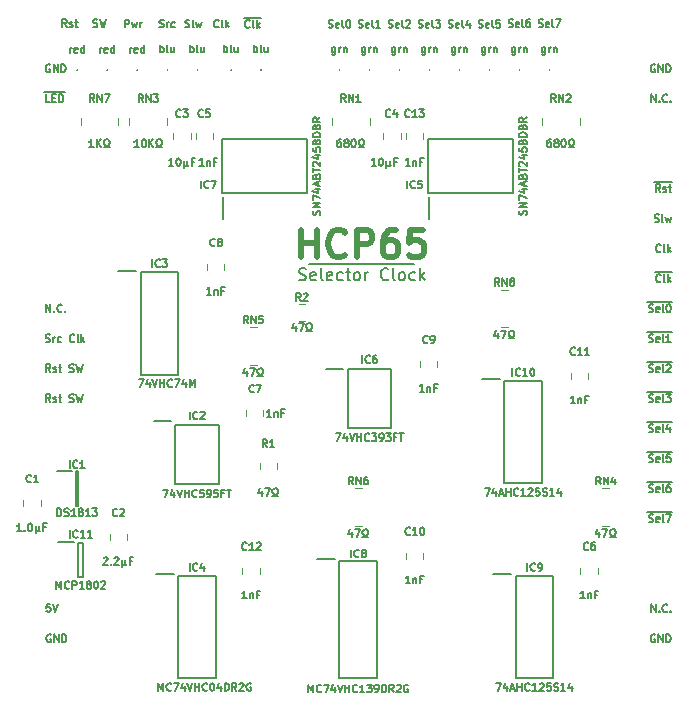
<source format=gbr>
%TF.GenerationSoftware,KiCad,Pcbnew,(6.0.5)*%
%TF.CreationDate,2022-08-08T19:57:53+02:00*%
%TF.ProjectId,Clock,436c6f63-6b2e-46b6-9963-61645f706362,rev?*%
%TF.SameCoordinates,Original*%
%TF.FileFunction,Legend,Top*%
%TF.FilePolarity,Positive*%
%FSLAX46Y46*%
G04 Gerber Fmt 4.6, Leading zero omitted, Abs format (unit mm)*
G04 Created by KiCad (PCBNEW (6.0.5)) date 2022-08-08 19:57:53*
%MOMM*%
%LPD*%
G01*
G04 APERTURE LIST*
%ADD10C,0.200000*%
%ADD11C,0.150000*%
%ADD12C,0.500000*%
%ADD13C,0.120000*%
%ADD14C,0.100000*%
G04 APERTURE END LIST*
D10*
X107632500Y-113030000D02*
X116522500Y-113030000D01*
D11*
X136246071Y-123932950D02*
X136850833Y-123932950D01*
X136367023Y-124717023D02*
X136457738Y-124747261D01*
X136608928Y-124747261D01*
X136669404Y-124717023D01*
X136699642Y-124686785D01*
X136729880Y-124626309D01*
X136729880Y-124565833D01*
X136699642Y-124505357D01*
X136669404Y-124475119D01*
X136608928Y-124444880D01*
X136487976Y-124414642D01*
X136427500Y-124384404D01*
X136397261Y-124354166D01*
X136367023Y-124293690D01*
X136367023Y-124233214D01*
X136397261Y-124172738D01*
X136427500Y-124142500D01*
X136487976Y-124112261D01*
X136639166Y-124112261D01*
X136729880Y-124142500D01*
X136850833Y-123932950D02*
X137395119Y-123932950D01*
X137243928Y-124717023D02*
X137183452Y-124747261D01*
X137062500Y-124747261D01*
X137002023Y-124717023D01*
X136971785Y-124656547D01*
X136971785Y-124414642D01*
X137002023Y-124354166D01*
X137062500Y-124323928D01*
X137183452Y-124323928D01*
X137243928Y-124354166D01*
X137274166Y-124414642D01*
X137274166Y-124475119D01*
X136971785Y-124535595D01*
X137395119Y-123932950D02*
X137727738Y-123932950D01*
X137637023Y-124747261D02*
X137576547Y-124717023D01*
X137546309Y-124656547D01*
X137546309Y-124112261D01*
X137727738Y-123932950D02*
X138332500Y-123932950D01*
X137818452Y-124112261D02*
X138211547Y-124112261D01*
X137999880Y-124354166D01*
X138090595Y-124354166D01*
X138151071Y-124384404D01*
X138181309Y-124414642D01*
X138211547Y-124475119D01*
X138211547Y-124626309D01*
X138181309Y-124686785D01*
X138151071Y-124717023D01*
X138090595Y-124747261D01*
X137909166Y-124747261D01*
X137848690Y-124717023D01*
X137818452Y-124686785D01*
X121950238Y-93014523D02*
X122040952Y-93044761D01*
X122192142Y-93044761D01*
X122252619Y-93014523D01*
X122282857Y-92984285D01*
X122313095Y-92923809D01*
X122313095Y-92863333D01*
X122282857Y-92802857D01*
X122252619Y-92772619D01*
X122192142Y-92742380D01*
X122071190Y-92712142D01*
X122010714Y-92681904D01*
X121980476Y-92651666D01*
X121950238Y-92591190D01*
X121950238Y-92530714D01*
X121980476Y-92470238D01*
X122010714Y-92440000D01*
X122071190Y-92409761D01*
X122222380Y-92409761D01*
X122313095Y-92440000D01*
X122827142Y-93014523D02*
X122766666Y-93044761D01*
X122645714Y-93044761D01*
X122585238Y-93014523D01*
X122555000Y-92954047D01*
X122555000Y-92712142D01*
X122585238Y-92651666D01*
X122645714Y-92621428D01*
X122766666Y-92621428D01*
X122827142Y-92651666D01*
X122857380Y-92712142D01*
X122857380Y-92772619D01*
X122555000Y-92833095D01*
X123220238Y-93044761D02*
X123159761Y-93014523D01*
X123129523Y-92954047D01*
X123129523Y-92409761D01*
X123764523Y-92409761D02*
X123462142Y-92409761D01*
X123431904Y-92712142D01*
X123462142Y-92681904D01*
X123522619Y-92651666D01*
X123673809Y-92651666D01*
X123734285Y-92681904D01*
X123764523Y-92712142D01*
X123794761Y-92772619D01*
X123794761Y-92923809D01*
X123764523Y-92984285D01*
X123734285Y-93014523D01*
X123673809Y-93044761D01*
X123522619Y-93044761D01*
X123462142Y-93014523D01*
X123431904Y-92984285D01*
X94917380Y-92996523D02*
X95008095Y-93026761D01*
X95159285Y-93026761D01*
X95219761Y-92996523D01*
X95250000Y-92966285D01*
X95280238Y-92905809D01*
X95280238Y-92845333D01*
X95250000Y-92784857D01*
X95219761Y-92754619D01*
X95159285Y-92724380D01*
X95038333Y-92694142D01*
X94977857Y-92663904D01*
X94947619Y-92633666D01*
X94917380Y-92573190D01*
X94917380Y-92512714D01*
X94947619Y-92452238D01*
X94977857Y-92422000D01*
X95038333Y-92391761D01*
X95189523Y-92391761D01*
X95280238Y-92422000D01*
X95552380Y-93026761D02*
X95552380Y-92603428D01*
X95552380Y-92724380D02*
X95582619Y-92663904D01*
X95612857Y-92633666D01*
X95673333Y-92603428D01*
X95733809Y-92603428D01*
X96217619Y-92996523D02*
X96157142Y-93026761D01*
X96036190Y-93026761D01*
X95975714Y-92996523D01*
X95945476Y-92966285D01*
X95915238Y-92905809D01*
X95915238Y-92724380D01*
X95945476Y-92663904D01*
X95975714Y-92633666D01*
X96036190Y-92603428D01*
X96157142Y-92603428D01*
X96217619Y-92633666D01*
X137364880Y-111986785D02*
X137334642Y-112017023D01*
X137243928Y-112047261D01*
X137183452Y-112047261D01*
X137092738Y-112017023D01*
X137032261Y-111956547D01*
X137002023Y-111896071D01*
X136971785Y-111775119D01*
X136971785Y-111684404D01*
X137002023Y-111563452D01*
X137032261Y-111502976D01*
X137092738Y-111442500D01*
X137183452Y-111412261D01*
X137243928Y-111412261D01*
X137334642Y-111442500D01*
X137364880Y-111472738D01*
X137727738Y-112047261D02*
X137667261Y-112017023D01*
X137637023Y-111956547D01*
X137637023Y-111412261D01*
X137969642Y-112047261D02*
X137969642Y-111412261D01*
X138030119Y-111805357D02*
X138211547Y-112047261D01*
X138211547Y-111623928D02*
X137969642Y-111865833D01*
X136246071Y-126472950D02*
X136850833Y-126472950D01*
X136367023Y-127257023D02*
X136457738Y-127287261D01*
X136608928Y-127287261D01*
X136669404Y-127257023D01*
X136699642Y-127226785D01*
X136729880Y-127166309D01*
X136729880Y-127105833D01*
X136699642Y-127045357D01*
X136669404Y-127015119D01*
X136608928Y-126984880D01*
X136487976Y-126954642D01*
X136427500Y-126924404D01*
X136397261Y-126894166D01*
X136367023Y-126833690D01*
X136367023Y-126773214D01*
X136397261Y-126712738D01*
X136427500Y-126682500D01*
X136487976Y-126652261D01*
X136639166Y-126652261D01*
X136729880Y-126682500D01*
X136850833Y-126472950D02*
X137395119Y-126472950D01*
X137243928Y-127257023D02*
X137183452Y-127287261D01*
X137062500Y-127287261D01*
X137002023Y-127257023D01*
X136971785Y-127196547D01*
X136971785Y-126954642D01*
X137002023Y-126894166D01*
X137062500Y-126863928D01*
X137183452Y-126863928D01*
X137243928Y-126894166D01*
X137274166Y-126954642D01*
X137274166Y-127015119D01*
X136971785Y-127075595D01*
X137395119Y-126472950D02*
X137727738Y-126472950D01*
X137637023Y-127287261D02*
X137576547Y-127257023D01*
X137546309Y-127196547D01*
X137546309Y-126652261D01*
X137727738Y-126472950D02*
X138332500Y-126472950D01*
X138151071Y-126863928D02*
X138151071Y-127287261D01*
X137999880Y-126622023D02*
X137848690Y-127075595D01*
X138241785Y-127075595D01*
X99943214Y-92965485D02*
X99912976Y-92995723D01*
X99822261Y-93025961D01*
X99761785Y-93025961D01*
X99671071Y-92995723D01*
X99610595Y-92935247D01*
X99580357Y-92874771D01*
X99550119Y-92753819D01*
X99550119Y-92663104D01*
X99580357Y-92542152D01*
X99610595Y-92481676D01*
X99671071Y-92421200D01*
X99761785Y-92390961D01*
X99822261Y-92390961D01*
X99912976Y-92421200D01*
X99943214Y-92451438D01*
X100306071Y-93025961D02*
X100245595Y-92995723D01*
X100215357Y-92935247D01*
X100215357Y-92390961D01*
X100547976Y-93025961D02*
X100547976Y-92390961D01*
X100608452Y-92784057D02*
X100789880Y-93025961D01*
X100789880Y-92602628D02*
X100547976Y-92844533D01*
X136578690Y-99347261D02*
X136578690Y-98712261D01*
X136941547Y-99347261D01*
X136941547Y-98712261D01*
X137243928Y-99286785D02*
X137274166Y-99317023D01*
X137243928Y-99347261D01*
X137213690Y-99317023D01*
X137243928Y-99286785D01*
X137243928Y-99347261D01*
X137909166Y-99286785D02*
X137878928Y-99317023D01*
X137788214Y-99347261D01*
X137727738Y-99347261D01*
X137637023Y-99317023D01*
X137576547Y-99256547D01*
X137546309Y-99196071D01*
X137516071Y-99075119D01*
X137516071Y-98984404D01*
X137546309Y-98863452D01*
X137576547Y-98802976D01*
X137637023Y-98742500D01*
X137727738Y-98712261D01*
X137788214Y-98712261D01*
X137878928Y-98742500D01*
X137909166Y-98772738D01*
X138181309Y-99286785D02*
X138211547Y-99317023D01*
X138181309Y-99347261D01*
X138151071Y-99317023D01*
X138181309Y-99286785D01*
X138181309Y-99347261D01*
X136246071Y-116312950D02*
X136850833Y-116312950D01*
X136367023Y-117097023D02*
X136457738Y-117127261D01*
X136608928Y-117127261D01*
X136669404Y-117097023D01*
X136699642Y-117066785D01*
X136729880Y-117006309D01*
X136729880Y-116945833D01*
X136699642Y-116885357D01*
X136669404Y-116855119D01*
X136608928Y-116824880D01*
X136487976Y-116794642D01*
X136427500Y-116764404D01*
X136397261Y-116734166D01*
X136367023Y-116673690D01*
X136367023Y-116613214D01*
X136397261Y-116552738D01*
X136427500Y-116522500D01*
X136487976Y-116492261D01*
X136639166Y-116492261D01*
X136729880Y-116522500D01*
X136850833Y-116312950D02*
X137395119Y-116312950D01*
X137243928Y-117097023D02*
X137183452Y-117127261D01*
X137062500Y-117127261D01*
X137002023Y-117097023D01*
X136971785Y-117036547D01*
X136971785Y-116794642D01*
X137002023Y-116734166D01*
X137062500Y-116703928D01*
X137183452Y-116703928D01*
X137243928Y-116734166D01*
X137274166Y-116794642D01*
X137274166Y-116855119D01*
X136971785Y-116915595D01*
X137395119Y-116312950D02*
X137727738Y-116312950D01*
X137637023Y-117127261D02*
X137576547Y-117097023D01*
X137546309Y-117036547D01*
X137546309Y-116492261D01*
X137727738Y-116312950D02*
X138332500Y-116312950D01*
X137999880Y-116492261D02*
X138060357Y-116492261D01*
X138120833Y-116522500D01*
X138151071Y-116552738D01*
X138181309Y-116613214D01*
X138211547Y-116734166D01*
X138211547Y-116885357D01*
X138181309Y-117006309D01*
X138151071Y-117066785D01*
X138120833Y-117097023D01*
X138060357Y-117127261D01*
X137999880Y-117127261D01*
X137939404Y-117097023D01*
X137909166Y-117066785D01*
X137878928Y-117006309D01*
X137848690Y-116885357D01*
X137848690Y-116734166D01*
X137878928Y-116613214D01*
X137909166Y-116552738D01*
X137939404Y-116522500D01*
X137999880Y-116492261D01*
X136820595Y-106152950D02*
X137455595Y-106152950D01*
X137334642Y-106967261D02*
X137122976Y-106664880D01*
X136971785Y-106967261D02*
X136971785Y-106332261D01*
X137213690Y-106332261D01*
X137274166Y-106362500D01*
X137304404Y-106392738D01*
X137334642Y-106453214D01*
X137334642Y-106543928D01*
X137304404Y-106604404D01*
X137274166Y-106634642D01*
X137213690Y-106664880D01*
X136971785Y-106664880D01*
X137455595Y-106152950D02*
X137969642Y-106152950D01*
X137576547Y-106937023D02*
X137637023Y-106967261D01*
X137757976Y-106967261D01*
X137818452Y-106937023D01*
X137848690Y-106876547D01*
X137848690Y-106846309D01*
X137818452Y-106785833D01*
X137757976Y-106755595D01*
X137667261Y-106755595D01*
X137606785Y-106725357D01*
X137576547Y-106664880D01*
X137576547Y-106634642D01*
X137606785Y-106574166D01*
X137667261Y-106543928D01*
X137757976Y-106543928D01*
X137818452Y-106574166D01*
X137969642Y-106152950D02*
X138332500Y-106152950D01*
X138030119Y-106543928D02*
X138272023Y-106543928D01*
X138120833Y-106332261D02*
X138120833Y-106876547D01*
X138151071Y-106937023D01*
X138211547Y-106967261D01*
X138272023Y-106967261D01*
X136246071Y-129012950D02*
X136850833Y-129012950D01*
X136367023Y-129797023D02*
X136457738Y-129827261D01*
X136608928Y-129827261D01*
X136669404Y-129797023D01*
X136699642Y-129766785D01*
X136729880Y-129706309D01*
X136729880Y-129645833D01*
X136699642Y-129585357D01*
X136669404Y-129555119D01*
X136608928Y-129524880D01*
X136487976Y-129494642D01*
X136427500Y-129464404D01*
X136397261Y-129434166D01*
X136367023Y-129373690D01*
X136367023Y-129313214D01*
X136397261Y-129252738D01*
X136427500Y-129222500D01*
X136487976Y-129192261D01*
X136639166Y-129192261D01*
X136729880Y-129222500D01*
X136850833Y-129012950D02*
X137395119Y-129012950D01*
X137243928Y-129797023D02*
X137183452Y-129827261D01*
X137062500Y-129827261D01*
X137002023Y-129797023D01*
X136971785Y-129736547D01*
X136971785Y-129494642D01*
X137002023Y-129434166D01*
X137062500Y-129403928D01*
X137183452Y-129403928D01*
X137243928Y-129434166D01*
X137274166Y-129494642D01*
X137274166Y-129555119D01*
X136971785Y-129615595D01*
X137395119Y-129012950D02*
X137727738Y-129012950D01*
X137637023Y-129827261D02*
X137576547Y-129797023D01*
X137546309Y-129736547D01*
X137546309Y-129192261D01*
X137727738Y-129012950D02*
X138332500Y-129012950D01*
X138181309Y-129192261D02*
X137878928Y-129192261D01*
X137848690Y-129494642D01*
X137878928Y-129464404D01*
X137939404Y-129434166D01*
X138090595Y-129434166D01*
X138151071Y-129464404D01*
X138181309Y-129494642D01*
X138211547Y-129555119D01*
X138211547Y-129706309D01*
X138181309Y-129766785D01*
X138151071Y-129797023D01*
X138090595Y-129827261D01*
X137939404Y-129827261D01*
X137878928Y-129797023D01*
X137848690Y-129766785D01*
X109250238Y-93014523D02*
X109340952Y-93044761D01*
X109492142Y-93044761D01*
X109552619Y-93014523D01*
X109582857Y-92984285D01*
X109613095Y-92923809D01*
X109613095Y-92863333D01*
X109582857Y-92802857D01*
X109552619Y-92772619D01*
X109492142Y-92742380D01*
X109371190Y-92712142D01*
X109310714Y-92681904D01*
X109280476Y-92651666D01*
X109250238Y-92591190D01*
X109250238Y-92530714D01*
X109280476Y-92470238D01*
X109310714Y-92440000D01*
X109371190Y-92409761D01*
X109522380Y-92409761D01*
X109613095Y-92440000D01*
X110127142Y-93014523D02*
X110066666Y-93044761D01*
X109945714Y-93044761D01*
X109885238Y-93014523D01*
X109855000Y-92954047D01*
X109855000Y-92712142D01*
X109885238Y-92651666D01*
X109945714Y-92621428D01*
X110066666Y-92621428D01*
X110127142Y-92651666D01*
X110157380Y-92712142D01*
X110157380Y-92772619D01*
X109855000Y-92833095D01*
X110520238Y-93044761D02*
X110459761Y-93014523D01*
X110429523Y-92954047D01*
X110429523Y-92409761D01*
X110883095Y-92409761D02*
X110943571Y-92409761D01*
X111004047Y-92440000D01*
X111034285Y-92470238D01*
X111064523Y-92530714D01*
X111094761Y-92651666D01*
X111094761Y-92802857D01*
X111064523Y-92923809D01*
X111034285Y-92984285D01*
X111004047Y-93014523D01*
X110943571Y-93044761D01*
X110883095Y-93044761D01*
X110822619Y-93014523D01*
X110792380Y-92984285D01*
X110762142Y-92923809D01*
X110731904Y-92802857D01*
X110731904Y-92651666D01*
X110762142Y-92530714D01*
X110792380Y-92470238D01*
X110822619Y-92440000D01*
X110883095Y-92409761D01*
X136578690Y-142527261D02*
X136578690Y-141892261D01*
X136941547Y-142527261D01*
X136941547Y-141892261D01*
X137243928Y-142466785D02*
X137274166Y-142497023D01*
X137243928Y-142527261D01*
X137213690Y-142497023D01*
X137243928Y-142466785D01*
X137243928Y-142527261D01*
X137909166Y-142466785D02*
X137878928Y-142497023D01*
X137788214Y-142527261D01*
X137727738Y-142527261D01*
X137637023Y-142497023D01*
X137576547Y-142436547D01*
X137546309Y-142376071D01*
X137516071Y-142255119D01*
X137516071Y-142164404D01*
X137546309Y-142043452D01*
X137576547Y-141982976D01*
X137637023Y-141922500D01*
X137727738Y-141892261D01*
X137788214Y-141892261D01*
X137878928Y-141922500D01*
X137909166Y-141952738D01*
X138181309Y-142466785D02*
X138211547Y-142497023D01*
X138181309Y-142527261D01*
X138151071Y-142497023D01*
X138181309Y-142466785D01*
X138181309Y-142527261D01*
X102049166Y-92230450D02*
X102684166Y-92230450D01*
X102563214Y-92984285D02*
X102532976Y-93014523D01*
X102442261Y-93044761D01*
X102381785Y-93044761D01*
X102291071Y-93014523D01*
X102230595Y-92954047D01*
X102200357Y-92893571D01*
X102170119Y-92772619D01*
X102170119Y-92681904D01*
X102200357Y-92560952D01*
X102230595Y-92500476D01*
X102291071Y-92440000D01*
X102381785Y-92409761D01*
X102442261Y-92409761D01*
X102532976Y-92440000D01*
X102563214Y-92470238D01*
X102684166Y-92230450D02*
X103016785Y-92230450D01*
X102926071Y-93044761D02*
X102865595Y-93014523D01*
X102835357Y-92954047D01*
X102835357Y-92409761D01*
X103016785Y-92230450D02*
X103530833Y-92230450D01*
X103167976Y-93044761D02*
X103167976Y-92409761D01*
X103228452Y-92802857D02*
X103409880Y-93044761D01*
X103409880Y-92621428D02*
X103167976Y-92863333D01*
X136881071Y-96202500D02*
X136820595Y-96172261D01*
X136729880Y-96172261D01*
X136639166Y-96202500D01*
X136578690Y-96262976D01*
X136548452Y-96323452D01*
X136518214Y-96444404D01*
X136518214Y-96535119D01*
X136548452Y-96656071D01*
X136578690Y-96716547D01*
X136639166Y-96777023D01*
X136729880Y-96807261D01*
X136790357Y-96807261D01*
X136881071Y-96777023D01*
X136911309Y-96746785D01*
X136911309Y-96535119D01*
X136790357Y-96535119D01*
X137183452Y-96807261D02*
X137183452Y-96172261D01*
X137546309Y-96807261D01*
X137546309Y-96172261D01*
X137848690Y-96807261D02*
X137848690Y-96172261D01*
X137999880Y-96172261D01*
X138090595Y-96202500D01*
X138151071Y-96262976D01*
X138181309Y-96323452D01*
X138211547Y-96444404D01*
X138211547Y-96535119D01*
X138181309Y-96656071D01*
X138151071Y-96716547D01*
X138090595Y-96777023D01*
X137999880Y-96807261D01*
X137848690Y-96807261D01*
X136246071Y-118852950D02*
X136850833Y-118852950D01*
X136367023Y-119637023D02*
X136457738Y-119667261D01*
X136608928Y-119667261D01*
X136669404Y-119637023D01*
X136699642Y-119606785D01*
X136729880Y-119546309D01*
X136729880Y-119485833D01*
X136699642Y-119425357D01*
X136669404Y-119395119D01*
X136608928Y-119364880D01*
X136487976Y-119334642D01*
X136427500Y-119304404D01*
X136397261Y-119274166D01*
X136367023Y-119213690D01*
X136367023Y-119153214D01*
X136397261Y-119092738D01*
X136427500Y-119062500D01*
X136487976Y-119032261D01*
X136639166Y-119032261D01*
X136729880Y-119062500D01*
X136850833Y-118852950D02*
X137395119Y-118852950D01*
X137243928Y-119637023D02*
X137183452Y-119667261D01*
X137062500Y-119667261D01*
X137002023Y-119637023D01*
X136971785Y-119576547D01*
X136971785Y-119334642D01*
X137002023Y-119274166D01*
X137062500Y-119243928D01*
X137183452Y-119243928D01*
X137243928Y-119274166D01*
X137274166Y-119334642D01*
X137274166Y-119395119D01*
X136971785Y-119455595D01*
X137395119Y-118852950D02*
X137727738Y-118852950D01*
X137637023Y-119667261D02*
X137576547Y-119637023D01*
X137546309Y-119576547D01*
X137546309Y-119032261D01*
X137727738Y-118852950D02*
X138332500Y-118852950D01*
X138211547Y-119667261D02*
X137848690Y-119667261D01*
X138030119Y-119667261D02*
X138030119Y-119032261D01*
X137969642Y-119122976D01*
X137909166Y-119183452D01*
X137848690Y-119213690D01*
D12*
X106929880Y-112482976D02*
X106929880Y-110182976D01*
X106929880Y-111278214D02*
X108244166Y-111278214D01*
X108244166Y-112482976D02*
X108244166Y-110182976D01*
X110653690Y-112263928D02*
X110544166Y-112373452D01*
X110215595Y-112482976D01*
X109996547Y-112482976D01*
X109667976Y-112373452D01*
X109448928Y-112154404D01*
X109339404Y-111935357D01*
X109229880Y-111497261D01*
X109229880Y-111168690D01*
X109339404Y-110730595D01*
X109448928Y-110511547D01*
X109667976Y-110292500D01*
X109996547Y-110182976D01*
X110215595Y-110182976D01*
X110544166Y-110292500D01*
X110653690Y-110402023D01*
X111639404Y-112482976D02*
X111639404Y-110182976D01*
X112515595Y-110182976D01*
X112734642Y-110292500D01*
X112844166Y-110402023D01*
X112953690Y-110621071D01*
X112953690Y-110949642D01*
X112844166Y-111168690D01*
X112734642Y-111278214D01*
X112515595Y-111387738D01*
X111639404Y-111387738D01*
X114925119Y-110182976D02*
X114487023Y-110182976D01*
X114267976Y-110292500D01*
X114158452Y-110402023D01*
X113939404Y-110730595D01*
X113829880Y-111168690D01*
X113829880Y-112044880D01*
X113939404Y-112263928D01*
X114048928Y-112373452D01*
X114267976Y-112482976D01*
X114706071Y-112482976D01*
X114925119Y-112373452D01*
X115034642Y-112263928D01*
X115144166Y-112044880D01*
X115144166Y-111497261D01*
X115034642Y-111278214D01*
X114925119Y-111168690D01*
X114706071Y-111059166D01*
X114267976Y-111059166D01*
X114048928Y-111168690D01*
X113939404Y-111278214D01*
X113829880Y-111497261D01*
X117225119Y-110182976D02*
X116129880Y-110182976D01*
X116020357Y-111278214D01*
X116129880Y-111168690D01*
X116348928Y-111059166D01*
X116896547Y-111059166D01*
X117115595Y-111168690D01*
X117225119Y-111278214D01*
X117334642Y-111497261D01*
X117334642Y-112044880D01*
X117225119Y-112263928D01*
X117115595Y-112373452D01*
X116896547Y-112482976D01*
X116348928Y-112482976D01*
X116129880Y-112373452D01*
X116020357Y-112263928D01*
D11*
X119410238Y-93014523D02*
X119500952Y-93044761D01*
X119652142Y-93044761D01*
X119712619Y-93014523D01*
X119742857Y-92984285D01*
X119773095Y-92923809D01*
X119773095Y-92863333D01*
X119742857Y-92802857D01*
X119712619Y-92772619D01*
X119652142Y-92742380D01*
X119531190Y-92712142D01*
X119470714Y-92681904D01*
X119440476Y-92651666D01*
X119410238Y-92591190D01*
X119410238Y-92530714D01*
X119440476Y-92470238D01*
X119470714Y-92440000D01*
X119531190Y-92409761D01*
X119682380Y-92409761D01*
X119773095Y-92440000D01*
X120287142Y-93014523D02*
X120226666Y-93044761D01*
X120105714Y-93044761D01*
X120045238Y-93014523D01*
X120015000Y-92954047D01*
X120015000Y-92712142D01*
X120045238Y-92651666D01*
X120105714Y-92621428D01*
X120226666Y-92621428D01*
X120287142Y-92651666D01*
X120317380Y-92712142D01*
X120317380Y-92772619D01*
X120015000Y-92833095D01*
X120680238Y-93044761D02*
X120619761Y-93014523D01*
X120589523Y-92954047D01*
X120589523Y-92409761D01*
X121194285Y-92621428D02*
X121194285Y-93044761D01*
X121043095Y-92379523D02*
X120891904Y-92833095D01*
X121285000Y-92833095D01*
X85308452Y-119637023D02*
X85399166Y-119667261D01*
X85550357Y-119667261D01*
X85610833Y-119637023D01*
X85641071Y-119606785D01*
X85671309Y-119546309D01*
X85671309Y-119485833D01*
X85641071Y-119425357D01*
X85610833Y-119395119D01*
X85550357Y-119364880D01*
X85429404Y-119334642D01*
X85368928Y-119304404D01*
X85338690Y-119274166D01*
X85308452Y-119213690D01*
X85308452Y-119153214D01*
X85338690Y-119092738D01*
X85368928Y-119062500D01*
X85429404Y-119032261D01*
X85580595Y-119032261D01*
X85671309Y-119062500D01*
X85943452Y-119667261D02*
X85943452Y-119243928D01*
X85943452Y-119364880D02*
X85973690Y-119304404D01*
X86003928Y-119274166D01*
X86064404Y-119243928D01*
X86124880Y-119243928D01*
X86608690Y-119637023D02*
X86548214Y-119667261D01*
X86427261Y-119667261D01*
X86366785Y-119637023D01*
X86336547Y-119606785D01*
X86306309Y-119546309D01*
X86306309Y-119364880D01*
X86336547Y-119304404D01*
X86366785Y-119274166D01*
X86427261Y-119243928D01*
X86548214Y-119243928D01*
X86608690Y-119274166D01*
X87727500Y-119606785D02*
X87697261Y-119637023D01*
X87606547Y-119667261D01*
X87546071Y-119667261D01*
X87455357Y-119637023D01*
X87394880Y-119576547D01*
X87364642Y-119516071D01*
X87334404Y-119395119D01*
X87334404Y-119304404D01*
X87364642Y-119183452D01*
X87394880Y-119122976D01*
X87455357Y-119062500D01*
X87546071Y-119032261D01*
X87606547Y-119032261D01*
X87697261Y-119062500D01*
X87727500Y-119092738D01*
X88090357Y-119667261D02*
X88029880Y-119637023D01*
X87999642Y-119576547D01*
X87999642Y-119032261D01*
X88332261Y-119667261D02*
X88332261Y-119032261D01*
X88392738Y-119425357D02*
X88574166Y-119667261D01*
X88574166Y-119243928D02*
X88332261Y-119485833D01*
X111790238Y-93014523D02*
X111880952Y-93044761D01*
X112032142Y-93044761D01*
X112092619Y-93014523D01*
X112122857Y-92984285D01*
X112153095Y-92923809D01*
X112153095Y-92863333D01*
X112122857Y-92802857D01*
X112092619Y-92772619D01*
X112032142Y-92742380D01*
X111911190Y-92712142D01*
X111850714Y-92681904D01*
X111820476Y-92651666D01*
X111790238Y-92591190D01*
X111790238Y-92530714D01*
X111820476Y-92470238D01*
X111850714Y-92440000D01*
X111911190Y-92409761D01*
X112062380Y-92409761D01*
X112153095Y-92440000D01*
X112667142Y-93014523D02*
X112606666Y-93044761D01*
X112485714Y-93044761D01*
X112425238Y-93014523D01*
X112395000Y-92954047D01*
X112395000Y-92712142D01*
X112425238Y-92651666D01*
X112485714Y-92621428D01*
X112606666Y-92621428D01*
X112667142Y-92651666D01*
X112697380Y-92712142D01*
X112697380Y-92772619D01*
X112395000Y-92833095D01*
X113060238Y-93044761D02*
X112999761Y-93014523D01*
X112969523Y-92954047D01*
X112969523Y-92409761D01*
X113634761Y-93044761D02*
X113271904Y-93044761D01*
X113453333Y-93044761D02*
X113453333Y-92409761D01*
X113392857Y-92500476D01*
X113332380Y-92560952D01*
X113271904Y-92591190D01*
X136246071Y-121392950D02*
X136850833Y-121392950D01*
X136367023Y-122177023D02*
X136457738Y-122207261D01*
X136608928Y-122207261D01*
X136669404Y-122177023D01*
X136699642Y-122146785D01*
X136729880Y-122086309D01*
X136729880Y-122025833D01*
X136699642Y-121965357D01*
X136669404Y-121935119D01*
X136608928Y-121904880D01*
X136487976Y-121874642D01*
X136427500Y-121844404D01*
X136397261Y-121814166D01*
X136367023Y-121753690D01*
X136367023Y-121693214D01*
X136397261Y-121632738D01*
X136427500Y-121602500D01*
X136487976Y-121572261D01*
X136639166Y-121572261D01*
X136729880Y-121602500D01*
X136850833Y-121392950D02*
X137395119Y-121392950D01*
X137243928Y-122177023D02*
X137183452Y-122207261D01*
X137062500Y-122207261D01*
X137002023Y-122177023D01*
X136971785Y-122116547D01*
X136971785Y-121874642D01*
X137002023Y-121814166D01*
X137062500Y-121783928D01*
X137183452Y-121783928D01*
X137243928Y-121814166D01*
X137274166Y-121874642D01*
X137274166Y-121935119D01*
X136971785Y-121995595D01*
X137395119Y-121392950D02*
X137727738Y-121392950D01*
X137637023Y-122207261D02*
X137576547Y-122177023D01*
X137546309Y-122116547D01*
X137546309Y-121572261D01*
X137727738Y-121392950D02*
X138332500Y-121392950D01*
X137848690Y-121632738D02*
X137878928Y-121602500D01*
X137939404Y-121572261D01*
X138090595Y-121572261D01*
X138151071Y-121602500D01*
X138181309Y-121632738D01*
X138211547Y-121693214D01*
X138211547Y-121753690D01*
X138181309Y-121844404D01*
X137818452Y-122207261D01*
X138211547Y-122207261D01*
X136246071Y-134092950D02*
X136850833Y-134092950D01*
X136367023Y-134877023D02*
X136457738Y-134907261D01*
X136608928Y-134907261D01*
X136669404Y-134877023D01*
X136699642Y-134846785D01*
X136729880Y-134786309D01*
X136729880Y-134725833D01*
X136699642Y-134665357D01*
X136669404Y-134635119D01*
X136608928Y-134604880D01*
X136487976Y-134574642D01*
X136427500Y-134544404D01*
X136397261Y-134514166D01*
X136367023Y-134453690D01*
X136367023Y-134393214D01*
X136397261Y-134332738D01*
X136427500Y-134302500D01*
X136487976Y-134272261D01*
X136639166Y-134272261D01*
X136729880Y-134302500D01*
X136850833Y-134092950D02*
X137395119Y-134092950D01*
X137243928Y-134877023D02*
X137183452Y-134907261D01*
X137062500Y-134907261D01*
X137002023Y-134877023D01*
X136971785Y-134816547D01*
X136971785Y-134574642D01*
X137002023Y-134514166D01*
X137062500Y-134483928D01*
X137183452Y-134483928D01*
X137243928Y-134514166D01*
X137274166Y-134574642D01*
X137274166Y-134635119D01*
X136971785Y-134695595D01*
X137395119Y-134092950D02*
X137727738Y-134092950D01*
X137637023Y-134907261D02*
X137576547Y-134877023D01*
X137546309Y-134816547D01*
X137546309Y-134272261D01*
X137727738Y-134092950D02*
X138332500Y-134092950D01*
X137818452Y-134272261D02*
X138241785Y-134272261D01*
X137969642Y-134907261D01*
X97109642Y-92995723D02*
X97200357Y-93025961D01*
X97351547Y-93025961D01*
X97412023Y-92995723D01*
X97442261Y-92965485D01*
X97472500Y-92905009D01*
X97472500Y-92844533D01*
X97442261Y-92784057D01*
X97412023Y-92753819D01*
X97351547Y-92723580D01*
X97230595Y-92693342D01*
X97170119Y-92663104D01*
X97139880Y-92632866D01*
X97109642Y-92572390D01*
X97109642Y-92511914D01*
X97139880Y-92451438D01*
X97170119Y-92421200D01*
X97230595Y-92390961D01*
X97381785Y-92390961D01*
X97472500Y-92421200D01*
X97835357Y-93025961D02*
X97774880Y-92995723D01*
X97744642Y-92935247D01*
X97744642Y-92390961D01*
X98016785Y-92602628D02*
X98137738Y-93025961D01*
X98258690Y-92723580D01*
X98379642Y-93025961D01*
X98500595Y-92602628D01*
X87070595Y-92997261D02*
X86858928Y-92694880D01*
X86707738Y-92997261D02*
X86707738Y-92362261D01*
X86949642Y-92362261D01*
X87010119Y-92392500D01*
X87040357Y-92422738D01*
X87070595Y-92483214D01*
X87070595Y-92573928D01*
X87040357Y-92634404D01*
X87010119Y-92664642D01*
X86949642Y-92694880D01*
X86707738Y-92694880D01*
X87312500Y-92967023D02*
X87372976Y-92997261D01*
X87493928Y-92997261D01*
X87554404Y-92967023D01*
X87584642Y-92906547D01*
X87584642Y-92876309D01*
X87554404Y-92815833D01*
X87493928Y-92785595D01*
X87403214Y-92785595D01*
X87342738Y-92755357D01*
X87312500Y-92694880D01*
X87312500Y-92664642D01*
X87342738Y-92604166D01*
X87403214Y-92573928D01*
X87493928Y-92573928D01*
X87554404Y-92604166D01*
X87766071Y-92573928D02*
X88007976Y-92573928D01*
X87856785Y-92362261D02*
X87856785Y-92906547D01*
X87887023Y-92967023D01*
X87947500Y-92997261D01*
X88007976Y-92997261D01*
X114330238Y-93014523D02*
X114420952Y-93044761D01*
X114572142Y-93044761D01*
X114632619Y-93014523D01*
X114662857Y-92984285D01*
X114693095Y-92923809D01*
X114693095Y-92863333D01*
X114662857Y-92802857D01*
X114632619Y-92772619D01*
X114572142Y-92742380D01*
X114451190Y-92712142D01*
X114390714Y-92681904D01*
X114360476Y-92651666D01*
X114330238Y-92591190D01*
X114330238Y-92530714D01*
X114360476Y-92470238D01*
X114390714Y-92440000D01*
X114451190Y-92409761D01*
X114602380Y-92409761D01*
X114693095Y-92440000D01*
X115207142Y-93014523D02*
X115146666Y-93044761D01*
X115025714Y-93044761D01*
X114965238Y-93014523D01*
X114935000Y-92954047D01*
X114935000Y-92712142D01*
X114965238Y-92651666D01*
X115025714Y-92621428D01*
X115146666Y-92621428D01*
X115207142Y-92651666D01*
X115237380Y-92712142D01*
X115237380Y-92772619D01*
X114935000Y-92833095D01*
X115600238Y-93044761D02*
X115539761Y-93014523D01*
X115509523Y-92954047D01*
X115509523Y-92409761D01*
X115811904Y-92470238D02*
X115842142Y-92440000D01*
X115902619Y-92409761D01*
X116053809Y-92409761D01*
X116114285Y-92440000D01*
X116144523Y-92470238D01*
X116174761Y-92530714D01*
X116174761Y-92591190D01*
X116144523Y-92681904D01*
X115781666Y-93044761D01*
X116174761Y-93044761D01*
X136246071Y-131552950D02*
X136850833Y-131552950D01*
X136367023Y-132337023D02*
X136457738Y-132367261D01*
X136608928Y-132367261D01*
X136669404Y-132337023D01*
X136699642Y-132306785D01*
X136729880Y-132246309D01*
X136729880Y-132185833D01*
X136699642Y-132125357D01*
X136669404Y-132095119D01*
X136608928Y-132064880D01*
X136487976Y-132034642D01*
X136427500Y-132004404D01*
X136397261Y-131974166D01*
X136367023Y-131913690D01*
X136367023Y-131853214D01*
X136397261Y-131792738D01*
X136427500Y-131762500D01*
X136487976Y-131732261D01*
X136639166Y-131732261D01*
X136729880Y-131762500D01*
X136850833Y-131552950D02*
X137395119Y-131552950D01*
X137243928Y-132337023D02*
X137183452Y-132367261D01*
X137062500Y-132367261D01*
X137002023Y-132337023D01*
X136971785Y-132276547D01*
X136971785Y-132034642D01*
X137002023Y-131974166D01*
X137062500Y-131943928D01*
X137183452Y-131943928D01*
X137243928Y-131974166D01*
X137274166Y-132034642D01*
X137274166Y-132095119D01*
X136971785Y-132155595D01*
X137395119Y-131552950D02*
X137727738Y-131552950D01*
X137637023Y-132367261D02*
X137576547Y-132337023D01*
X137546309Y-132276547D01*
X137546309Y-131732261D01*
X137727738Y-131552950D02*
X138332500Y-131552950D01*
X138151071Y-131732261D02*
X138030119Y-131732261D01*
X137969642Y-131762500D01*
X137939404Y-131792738D01*
X137878928Y-131883452D01*
X137848690Y-132004404D01*
X137848690Y-132246309D01*
X137878928Y-132306785D01*
X137909166Y-132337023D01*
X137969642Y-132367261D01*
X138090595Y-132367261D01*
X138151071Y-132337023D01*
X138181309Y-132306785D01*
X138211547Y-132246309D01*
X138211547Y-132095119D01*
X138181309Y-132034642D01*
X138151071Y-132004404D01*
X138090595Y-131974166D01*
X137969642Y-131974166D01*
X137909166Y-132004404D01*
X137878928Y-132034642D01*
X137848690Y-132095119D01*
X85701071Y-141862261D02*
X85398690Y-141862261D01*
X85368452Y-142164642D01*
X85398690Y-142134404D01*
X85459166Y-142104166D01*
X85610357Y-142104166D01*
X85670833Y-142134404D01*
X85701071Y-142164642D01*
X85731309Y-142225119D01*
X85731309Y-142376309D01*
X85701071Y-142436785D01*
X85670833Y-142467023D01*
X85610357Y-142497261D01*
X85459166Y-142497261D01*
X85398690Y-142467023D01*
X85368452Y-142436785D01*
X85912738Y-141862261D02*
X86124404Y-142497261D01*
X86336071Y-141862261D01*
X92014523Y-93028761D02*
X92014523Y-92393761D01*
X92256428Y-92393761D01*
X92316904Y-92424000D01*
X92347142Y-92454238D01*
X92377380Y-92514714D01*
X92377380Y-92605428D01*
X92347142Y-92665904D01*
X92316904Y-92696142D01*
X92256428Y-92726380D01*
X92014523Y-92726380D01*
X92589047Y-92605428D02*
X92710000Y-93028761D01*
X92830952Y-92726380D01*
X92951904Y-93028761D01*
X93072857Y-92605428D01*
X93314761Y-93028761D02*
X93314761Y-92605428D01*
X93314761Y-92726380D02*
X93345000Y-92665904D01*
X93375238Y-92635666D01*
X93435714Y-92605428D01*
X93496190Y-92605428D01*
X85338690Y-117127261D02*
X85338690Y-116492261D01*
X85701547Y-117127261D01*
X85701547Y-116492261D01*
X86003928Y-117066785D02*
X86034166Y-117097023D01*
X86003928Y-117127261D01*
X85973690Y-117097023D01*
X86003928Y-117066785D01*
X86003928Y-117127261D01*
X86669166Y-117066785D02*
X86638928Y-117097023D01*
X86548214Y-117127261D01*
X86487738Y-117127261D01*
X86397023Y-117097023D01*
X86336547Y-117036547D01*
X86306309Y-116976071D01*
X86276071Y-116855119D01*
X86276071Y-116764404D01*
X86306309Y-116643452D01*
X86336547Y-116582976D01*
X86397023Y-116522500D01*
X86487738Y-116492261D01*
X86548214Y-116492261D01*
X86638928Y-116522500D01*
X86669166Y-116552738D01*
X86941309Y-117066785D02*
X86971547Y-117097023D01*
X86941309Y-117127261D01*
X86911071Y-117097023D01*
X86941309Y-117066785D01*
X86941309Y-117127261D01*
X136850833Y-113772950D02*
X137485833Y-113772950D01*
X137364880Y-114526785D02*
X137334642Y-114557023D01*
X137243928Y-114587261D01*
X137183452Y-114587261D01*
X137092738Y-114557023D01*
X137032261Y-114496547D01*
X137002023Y-114436071D01*
X136971785Y-114315119D01*
X136971785Y-114224404D01*
X137002023Y-114103452D01*
X137032261Y-114042976D01*
X137092738Y-113982500D01*
X137183452Y-113952261D01*
X137243928Y-113952261D01*
X137334642Y-113982500D01*
X137364880Y-114012738D01*
X137485833Y-113772950D02*
X137818452Y-113772950D01*
X137727738Y-114587261D02*
X137667261Y-114557023D01*
X137637023Y-114496547D01*
X137637023Y-113952261D01*
X137818452Y-113772950D02*
X138332500Y-113772950D01*
X137969642Y-114587261D02*
X137969642Y-113952261D01*
X138030119Y-114345357D02*
X138211547Y-114587261D01*
X138211547Y-114163928D02*
X137969642Y-114405833D01*
X124490238Y-92967023D02*
X124580952Y-92997261D01*
X124732142Y-92997261D01*
X124792619Y-92967023D01*
X124822857Y-92936785D01*
X124853095Y-92876309D01*
X124853095Y-92815833D01*
X124822857Y-92755357D01*
X124792619Y-92725119D01*
X124732142Y-92694880D01*
X124611190Y-92664642D01*
X124550714Y-92634404D01*
X124520476Y-92604166D01*
X124490238Y-92543690D01*
X124490238Y-92483214D01*
X124520476Y-92422738D01*
X124550714Y-92392500D01*
X124611190Y-92362261D01*
X124762380Y-92362261D01*
X124853095Y-92392500D01*
X125367142Y-92967023D02*
X125306666Y-92997261D01*
X125185714Y-92997261D01*
X125125238Y-92967023D01*
X125095000Y-92906547D01*
X125095000Y-92664642D01*
X125125238Y-92604166D01*
X125185714Y-92573928D01*
X125306666Y-92573928D01*
X125367142Y-92604166D01*
X125397380Y-92664642D01*
X125397380Y-92725119D01*
X125095000Y-92785595D01*
X125760238Y-92997261D02*
X125699761Y-92967023D01*
X125669523Y-92906547D01*
X125669523Y-92362261D01*
X126274285Y-92362261D02*
X126153333Y-92362261D01*
X126092857Y-92392500D01*
X126062619Y-92422738D01*
X126002142Y-92513452D01*
X125971904Y-92634404D01*
X125971904Y-92876309D01*
X126002142Y-92936785D01*
X126032380Y-92967023D01*
X126092857Y-92997261D01*
X126213809Y-92997261D01*
X126274285Y-92967023D01*
X126304523Y-92936785D01*
X126334761Y-92876309D01*
X126334761Y-92725119D01*
X126304523Y-92664642D01*
X126274285Y-92634404D01*
X126213809Y-92604166D01*
X126092857Y-92604166D01*
X126032380Y-92634404D01*
X126002142Y-92664642D01*
X125971904Y-92725119D01*
X85187500Y-98532950D02*
X85701547Y-98532950D01*
X85641071Y-99347261D02*
X85338690Y-99347261D01*
X85338690Y-98712261D01*
X85701547Y-98532950D02*
X86276071Y-98532950D01*
X85852738Y-99014642D02*
X86064404Y-99014642D01*
X86155119Y-99347261D02*
X85852738Y-99347261D01*
X85852738Y-98712261D01*
X86155119Y-98712261D01*
X86276071Y-98532950D02*
X86911071Y-98532950D01*
X86427261Y-99347261D02*
X86427261Y-98712261D01*
X86578452Y-98712261D01*
X86669166Y-98742500D01*
X86729642Y-98802976D01*
X86759880Y-98863452D01*
X86790119Y-98984404D01*
X86790119Y-99075119D01*
X86759880Y-99196071D01*
X86729642Y-99256547D01*
X86669166Y-99317023D01*
X86578452Y-99347261D01*
X86427261Y-99347261D01*
X89308214Y-92967023D02*
X89398928Y-92997261D01*
X89550119Y-92997261D01*
X89610595Y-92967023D01*
X89640833Y-92936785D01*
X89671071Y-92876309D01*
X89671071Y-92815833D01*
X89640833Y-92755357D01*
X89610595Y-92725119D01*
X89550119Y-92694880D01*
X89429166Y-92664642D01*
X89368690Y-92634404D01*
X89338452Y-92604166D01*
X89308214Y-92543690D01*
X89308214Y-92483214D01*
X89338452Y-92422738D01*
X89368690Y-92392500D01*
X89429166Y-92362261D01*
X89580357Y-92362261D01*
X89671071Y-92392500D01*
X89882738Y-92362261D02*
X90033928Y-92997261D01*
X90154880Y-92543690D01*
X90275833Y-92997261D01*
X90427023Y-92362261D01*
X85701547Y-122207261D02*
X85489880Y-121904880D01*
X85338690Y-122207261D02*
X85338690Y-121572261D01*
X85580595Y-121572261D01*
X85641071Y-121602500D01*
X85671309Y-121632738D01*
X85701547Y-121693214D01*
X85701547Y-121783928D01*
X85671309Y-121844404D01*
X85641071Y-121874642D01*
X85580595Y-121904880D01*
X85338690Y-121904880D01*
X85943452Y-122177023D02*
X86003928Y-122207261D01*
X86124880Y-122207261D01*
X86185357Y-122177023D01*
X86215595Y-122116547D01*
X86215595Y-122086309D01*
X86185357Y-122025833D01*
X86124880Y-121995595D01*
X86034166Y-121995595D01*
X85973690Y-121965357D01*
X85943452Y-121904880D01*
X85943452Y-121874642D01*
X85973690Y-121814166D01*
X86034166Y-121783928D01*
X86124880Y-121783928D01*
X86185357Y-121814166D01*
X86397023Y-121783928D02*
X86638928Y-121783928D01*
X86487738Y-121572261D02*
X86487738Y-122116547D01*
X86517976Y-122177023D01*
X86578452Y-122207261D01*
X86638928Y-122207261D01*
X87304166Y-122177023D02*
X87394880Y-122207261D01*
X87546071Y-122207261D01*
X87606547Y-122177023D01*
X87636785Y-122146785D01*
X87667023Y-122086309D01*
X87667023Y-122025833D01*
X87636785Y-121965357D01*
X87606547Y-121935119D01*
X87546071Y-121904880D01*
X87425119Y-121874642D01*
X87364642Y-121844404D01*
X87334404Y-121814166D01*
X87304166Y-121753690D01*
X87304166Y-121693214D01*
X87334404Y-121632738D01*
X87364642Y-121602500D01*
X87425119Y-121572261D01*
X87576309Y-121572261D01*
X87667023Y-121602500D01*
X87878690Y-121572261D02*
X88029880Y-122207261D01*
X88150833Y-121753690D01*
X88271785Y-122207261D01*
X88422976Y-121572261D01*
X85731309Y-144462500D02*
X85670833Y-144432261D01*
X85580119Y-144432261D01*
X85489404Y-144462500D01*
X85428928Y-144522976D01*
X85398690Y-144583452D01*
X85368452Y-144704404D01*
X85368452Y-144795119D01*
X85398690Y-144916071D01*
X85428928Y-144976547D01*
X85489404Y-145037023D01*
X85580119Y-145067261D01*
X85640595Y-145067261D01*
X85731309Y-145037023D01*
X85761547Y-145006785D01*
X85761547Y-144795119D01*
X85640595Y-144795119D01*
X86033690Y-145067261D02*
X86033690Y-144432261D01*
X86396547Y-145067261D01*
X86396547Y-144432261D01*
X86698928Y-145067261D02*
X86698928Y-144432261D01*
X86850119Y-144432261D01*
X86940833Y-144462500D01*
X87001309Y-144522976D01*
X87031547Y-144583452D01*
X87061785Y-144704404D01*
X87061785Y-144795119D01*
X87031547Y-144916071D01*
X87001309Y-144976547D01*
X86940833Y-145037023D01*
X86850119Y-145067261D01*
X86698928Y-145067261D01*
X136881071Y-144462500D02*
X136820595Y-144432261D01*
X136729880Y-144432261D01*
X136639166Y-144462500D01*
X136578690Y-144522976D01*
X136548452Y-144583452D01*
X136518214Y-144704404D01*
X136518214Y-144795119D01*
X136548452Y-144916071D01*
X136578690Y-144976547D01*
X136639166Y-145037023D01*
X136729880Y-145067261D01*
X136790357Y-145067261D01*
X136881071Y-145037023D01*
X136911309Y-145006785D01*
X136911309Y-144795119D01*
X136790357Y-144795119D01*
X137183452Y-145067261D02*
X137183452Y-144432261D01*
X137546309Y-145067261D01*
X137546309Y-144432261D01*
X137848690Y-145067261D02*
X137848690Y-144432261D01*
X137999880Y-144432261D01*
X138090595Y-144462500D01*
X138151071Y-144522976D01*
X138181309Y-144583452D01*
X138211547Y-144704404D01*
X138211547Y-144795119D01*
X138181309Y-144916071D01*
X138151071Y-144976547D01*
X138090595Y-145037023D01*
X137999880Y-145067261D01*
X137848690Y-145067261D01*
D10*
X106767976Y-114387261D02*
X106910833Y-114434880D01*
X107148928Y-114434880D01*
X107244166Y-114387261D01*
X107291785Y-114339642D01*
X107339404Y-114244404D01*
X107339404Y-114149166D01*
X107291785Y-114053928D01*
X107244166Y-114006309D01*
X107148928Y-113958690D01*
X106958452Y-113911071D01*
X106863214Y-113863452D01*
X106815595Y-113815833D01*
X106767976Y-113720595D01*
X106767976Y-113625357D01*
X106815595Y-113530119D01*
X106863214Y-113482500D01*
X106958452Y-113434880D01*
X107196547Y-113434880D01*
X107339404Y-113482500D01*
X108148928Y-114387261D02*
X108053690Y-114434880D01*
X107863214Y-114434880D01*
X107767976Y-114387261D01*
X107720357Y-114292023D01*
X107720357Y-113911071D01*
X107767976Y-113815833D01*
X107863214Y-113768214D01*
X108053690Y-113768214D01*
X108148928Y-113815833D01*
X108196547Y-113911071D01*
X108196547Y-114006309D01*
X107720357Y-114101547D01*
X108767976Y-114434880D02*
X108672738Y-114387261D01*
X108625119Y-114292023D01*
X108625119Y-113434880D01*
X109529880Y-114387261D02*
X109434642Y-114434880D01*
X109244166Y-114434880D01*
X109148928Y-114387261D01*
X109101309Y-114292023D01*
X109101309Y-113911071D01*
X109148928Y-113815833D01*
X109244166Y-113768214D01*
X109434642Y-113768214D01*
X109529880Y-113815833D01*
X109577500Y-113911071D01*
X109577500Y-114006309D01*
X109101309Y-114101547D01*
X110434642Y-114387261D02*
X110339404Y-114434880D01*
X110148928Y-114434880D01*
X110053690Y-114387261D01*
X110006071Y-114339642D01*
X109958452Y-114244404D01*
X109958452Y-113958690D01*
X110006071Y-113863452D01*
X110053690Y-113815833D01*
X110148928Y-113768214D01*
X110339404Y-113768214D01*
X110434642Y-113815833D01*
X110720357Y-113768214D02*
X111101309Y-113768214D01*
X110863214Y-113434880D02*
X110863214Y-114292023D01*
X110910833Y-114387261D01*
X111006071Y-114434880D01*
X111101309Y-114434880D01*
X111577500Y-114434880D02*
X111482261Y-114387261D01*
X111434642Y-114339642D01*
X111387023Y-114244404D01*
X111387023Y-113958690D01*
X111434642Y-113863452D01*
X111482261Y-113815833D01*
X111577500Y-113768214D01*
X111720357Y-113768214D01*
X111815595Y-113815833D01*
X111863214Y-113863452D01*
X111910833Y-113958690D01*
X111910833Y-114244404D01*
X111863214Y-114339642D01*
X111815595Y-114387261D01*
X111720357Y-114434880D01*
X111577500Y-114434880D01*
X112339404Y-114434880D02*
X112339404Y-113768214D01*
X112339404Y-113958690D02*
X112387023Y-113863452D01*
X112434642Y-113815833D01*
X112529880Y-113768214D01*
X112625119Y-113768214D01*
X114291785Y-114339642D02*
X114244166Y-114387261D01*
X114101309Y-114434880D01*
X114006071Y-114434880D01*
X113863214Y-114387261D01*
X113767976Y-114292023D01*
X113720357Y-114196785D01*
X113672738Y-114006309D01*
X113672738Y-113863452D01*
X113720357Y-113672976D01*
X113767976Y-113577738D01*
X113863214Y-113482500D01*
X114006071Y-113434880D01*
X114101309Y-113434880D01*
X114244166Y-113482500D01*
X114291785Y-113530119D01*
X114863214Y-114434880D02*
X114767976Y-114387261D01*
X114720357Y-114292023D01*
X114720357Y-113434880D01*
X115387023Y-114434880D02*
X115291785Y-114387261D01*
X115244166Y-114339642D01*
X115196547Y-114244404D01*
X115196547Y-113958690D01*
X115244166Y-113863452D01*
X115291785Y-113815833D01*
X115387023Y-113768214D01*
X115529880Y-113768214D01*
X115625119Y-113815833D01*
X115672738Y-113863452D01*
X115720357Y-113958690D01*
X115720357Y-114244404D01*
X115672738Y-114339642D01*
X115625119Y-114387261D01*
X115529880Y-114434880D01*
X115387023Y-114434880D01*
X116577500Y-114387261D02*
X116482261Y-114434880D01*
X116291785Y-114434880D01*
X116196547Y-114387261D01*
X116148928Y-114339642D01*
X116101309Y-114244404D01*
X116101309Y-113958690D01*
X116148928Y-113863452D01*
X116196547Y-113815833D01*
X116291785Y-113768214D01*
X116482261Y-113768214D01*
X116577500Y-113815833D01*
X117006071Y-114434880D02*
X117006071Y-113434880D01*
X117101309Y-114053928D02*
X117387023Y-114434880D01*
X117387023Y-113768214D02*
X117006071Y-114149166D01*
D11*
X85701547Y-124747261D02*
X85489880Y-124444880D01*
X85338690Y-124747261D02*
X85338690Y-124112261D01*
X85580595Y-124112261D01*
X85641071Y-124142500D01*
X85671309Y-124172738D01*
X85701547Y-124233214D01*
X85701547Y-124323928D01*
X85671309Y-124384404D01*
X85641071Y-124414642D01*
X85580595Y-124444880D01*
X85338690Y-124444880D01*
X85943452Y-124717023D02*
X86003928Y-124747261D01*
X86124880Y-124747261D01*
X86185357Y-124717023D01*
X86215595Y-124656547D01*
X86215595Y-124626309D01*
X86185357Y-124565833D01*
X86124880Y-124535595D01*
X86034166Y-124535595D01*
X85973690Y-124505357D01*
X85943452Y-124444880D01*
X85943452Y-124414642D01*
X85973690Y-124354166D01*
X86034166Y-124323928D01*
X86124880Y-124323928D01*
X86185357Y-124354166D01*
X86397023Y-124323928D02*
X86638928Y-124323928D01*
X86487738Y-124112261D02*
X86487738Y-124656547D01*
X86517976Y-124717023D01*
X86578452Y-124747261D01*
X86638928Y-124747261D01*
X87304166Y-124717023D02*
X87394880Y-124747261D01*
X87546071Y-124747261D01*
X87606547Y-124717023D01*
X87636785Y-124686785D01*
X87667023Y-124626309D01*
X87667023Y-124565833D01*
X87636785Y-124505357D01*
X87606547Y-124475119D01*
X87546071Y-124444880D01*
X87425119Y-124414642D01*
X87364642Y-124384404D01*
X87334404Y-124354166D01*
X87304166Y-124293690D01*
X87304166Y-124233214D01*
X87334404Y-124172738D01*
X87364642Y-124142500D01*
X87425119Y-124112261D01*
X87576309Y-124112261D01*
X87667023Y-124142500D01*
X87878690Y-124112261D02*
X88029880Y-124747261D01*
X88150833Y-124293690D01*
X88271785Y-124747261D01*
X88422976Y-124112261D01*
X85671309Y-96202500D02*
X85610833Y-96172261D01*
X85520119Y-96172261D01*
X85429404Y-96202500D01*
X85368928Y-96262976D01*
X85338690Y-96323452D01*
X85308452Y-96444404D01*
X85308452Y-96535119D01*
X85338690Y-96656071D01*
X85368928Y-96716547D01*
X85429404Y-96777023D01*
X85520119Y-96807261D01*
X85580595Y-96807261D01*
X85671309Y-96777023D01*
X85701547Y-96746785D01*
X85701547Y-96535119D01*
X85580595Y-96535119D01*
X85973690Y-96807261D02*
X85973690Y-96172261D01*
X86336547Y-96807261D01*
X86336547Y-96172261D01*
X86638928Y-96807261D02*
X86638928Y-96172261D01*
X86790119Y-96172261D01*
X86880833Y-96202500D01*
X86941309Y-96262976D01*
X86971547Y-96323452D01*
X87001785Y-96444404D01*
X87001785Y-96535119D01*
X86971547Y-96656071D01*
X86941309Y-96716547D01*
X86880833Y-96777023D01*
X86790119Y-96807261D01*
X86638928Y-96807261D01*
X127030238Y-92967023D02*
X127120952Y-92997261D01*
X127272142Y-92997261D01*
X127332619Y-92967023D01*
X127362857Y-92936785D01*
X127393095Y-92876309D01*
X127393095Y-92815833D01*
X127362857Y-92755357D01*
X127332619Y-92725119D01*
X127272142Y-92694880D01*
X127151190Y-92664642D01*
X127090714Y-92634404D01*
X127060476Y-92604166D01*
X127030238Y-92543690D01*
X127030238Y-92483214D01*
X127060476Y-92422738D01*
X127090714Y-92392500D01*
X127151190Y-92362261D01*
X127302380Y-92362261D01*
X127393095Y-92392500D01*
X127907142Y-92967023D02*
X127846666Y-92997261D01*
X127725714Y-92997261D01*
X127665238Y-92967023D01*
X127635000Y-92906547D01*
X127635000Y-92664642D01*
X127665238Y-92604166D01*
X127725714Y-92573928D01*
X127846666Y-92573928D01*
X127907142Y-92604166D01*
X127937380Y-92664642D01*
X127937380Y-92725119D01*
X127635000Y-92785595D01*
X128300238Y-92997261D02*
X128239761Y-92967023D01*
X128209523Y-92906547D01*
X128209523Y-92362261D01*
X128481666Y-92362261D02*
X128905000Y-92362261D01*
X128632857Y-92997261D01*
X136850833Y-109477023D02*
X136941547Y-109507261D01*
X137092738Y-109507261D01*
X137153214Y-109477023D01*
X137183452Y-109446785D01*
X137213690Y-109386309D01*
X137213690Y-109325833D01*
X137183452Y-109265357D01*
X137153214Y-109235119D01*
X137092738Y-109204880D01*
X136971785Y-109174642D01*
X136911309Y-109144404D01*
X136881071Y-109114166D01*
X136850833Y-109053690D01*
X136850833Y-108993214D01*
X136881071Y-108932738D01*
X136911309Y-108902500D01*
X136971785Y-108872261D01*
X137122976Y-108872261D01*
X137213690Y-108902500D01*
X137576547Y-109507261D02*
X137516071Y-109477023D01*
X137485833Y-109416547D01*
X137485833Y-108872261D01*
X137757976Y-109083928D02*
X137878928Y-109507261D01*
X137999880Y-109204880D01*
X138120833Y-109507261D01*
X138241785Y-109083928D01*
X116870238Y-93014523D02*
X116960952Y-93044761D01*
X117112142Y-93044761D01*
X117172619Y-93014523D01*
X117202857Y-92984285D01*
X117233095Y-92923809D01*
X117233095Y-92863333D01*
X117202857Y-92802857D01*
X117172619Y-92772619D01*
X117112142Y-92742380D01*
X116991190Y-92712142D01*
X116930714Y-92681904D01*
X116900476Y-92651666D01*
X116870238Y-92591190D01*
X116870238Y-92530714D01*
X116900476Y-92470238D01*
X116930714Y-92440000D01*
X116991190Y-92409761D01*
X117142380Y-92409761D01*
X117233095Y-92440000D01*
X117747142Y-93014523D02*
X117686666Y-93044761D01*
X117565714Y-93044761D01*
X117505238Y-93014523D01*
X117475000Y-92954047D01*
X117475000Y-92712142D01*
X117505238Y-92651666D01*
X117565714Y-92621428D01*
X117686666Y-92621428D01*
X117747142Y-92651666D01*
X117777380Y-92712142D01*
X117777380Y-92772619D01*
X117475000Y-92833095D01*
X118140238Y-93044761D02*
X118079761Y-93014523D01*
X118049523Y-92954047D01*
X118049523Y-92409761D01*
X118321666Y-92409761D02*
X118714761Y-92409761D01*
X118503095Y-92651666D01*
X118593809Y-92651666D01*
X118654285Y-92681904D01*
X118684523Y-92712142D01*
X118714761Y-92772619D01*
X118714761Y-92923809D01*
X118684523Y-92984285D01*
X118654285Y-93014523D01*
X118593809Y-93044761D01*
X118412380Y-93044761D01*
X118351904Y-93014523D01*
X118321666Y-92984285D01*
%TO.C,C4*%
X114484666Y-100556785D02*
X114454428Y-100587023D01*
X114363714Y-100617261D01*
X114303238Y-100617261D01*
X114212523Y-100587023D01*
X114152047Y-100526547D01*
X114121809Y-100466071D01*
X114091571Y-100345119D01*
X114091571Y-100254404D01*
X114121809Y-100133452D01*
X114152047Y-100072976D01*
X114212523Y-100012500D01*
X114303238Y-99982261D01*
X114363714Y-99982261D01*
X114454428Y-100012500D01*
X114484666Y-100042738D01*
X115028952Y-100193928D02*
X115028952Y-100617261D01*
X114877761Y-99952023D02*
X114726571Y-100405595D01*
X115119666Y-100405595D01*
X113256785Y-104744761D02*
X112893928Y-104744761D01*
X113075357Y-104744761D02*
X113075357Y-104109761D01*
X113014880Y-104200476D01*
X112954404Y-104260952D01*
X112893928Y-104291190D01*
X113649880Y-104109761D02*
X113710357Y-104109761D01*
X113770833Y-104140000D01*
X113801071Y-104170238D01*
X113831309Y-104230714D01*
X113861547Y-104351666D01*
X113861547Y-104502857D01*
X113831309Y-104623809D01*
X113801071Y-104684285D01*
X113770833Y-104714523D01*
X113710357Y-104744761D01*
X113649880Y-104744761D01*
X113589404Y-104714523D01*
X113559166Y-104684285D01*
X113528928Y-104623809D01*
X113498690Y-104502857D01*
X113498690Y-104351666D01*
X113528928Y-104230714D01*
X113559166Y-104170238D01*
X113589404Y-104140000D01*
X113649880Y-104109761D01*
X114133690Y-104321428D02*
X114133690Y-104956428D01*
X114436071Y-104654047D02*
X114466309Y-104714523D01*
X114526785Y-104744761D01*
X114133690Y-104654047D02*
X114163928Y-104714523D01*
X114224404Y-104744761D01*
X114345357Y-104744761D01*
X114405833Y-104714523D01*
X114436071Y-104654047D01*
X114436071Y-104321428D01*
X115010595Y-104412142D02*
X114798928Y-104412142D01*
X114798928Y-104744761D02*
X114798928Y-104109761D01*
X115101309Y-104109761D01*
%TO.C,IC7*%
X98440119Y-106649761D02*
X98440119Y-106014761D01*
X99105357Y-106589285D02*
X99075119Y-106619523D01*
X98984404Y-106649761D01*
X98923928Y-106649761D01*
X98833214Y-106619523D01*
X98772738Y-106559047D01*
X98742500Y-106498571D01*
X98712261Y-106377619D01*
X98712261Y-106286904D01*
X98742500Y-106165952D01*
X98772738Y-106105476D01*
X98833214Y-106045000D01*
X98923928Y-106014761D01*
X98984404Y-106014761D01*
X99075119Y-106045000D01*
X99105357Y-106075238D01*
X99317023Y-106014761D02*
X99740357Y-106014761D01*
X99468214Y-106649761D01*
X108524523Y-108902500D02*
X108554761Y-108811785D01*
X108554761Y-108660595D01*
X108524523Y-108600119D01*
X108494285Y-108569880D01*
X108433809Y-108539642D01*
X108373333Y-108539642D01*
X108312857Y-108569880D01*
X108282619Y-108600119D01*
X108252380Y-108660595D01*
X108222142Y-108781547D01*
X108191904Y-108842023D01*
X108161666Y-108872261D01*
X108101190Y-108902500D01*
X108040714Y-108902500D01*
X107980238Y-108872261D01*
X107950000Y-108842023D01*
X107919761Y-108781547D01*
X107919761Y-108630357D01*
X107950000Y-108539642D01*
X108554761Y-108267500D02*
X107919761Y-108267500D01*
X108554761Y-107904642D01*
X107919761Y-107904642D01*
X107919761Y-107662738D02*
X107919761Y-107239404D01*
X108554761Y-107511547D01*
X108131428Y-106725357D02*
X108554761Y-106725357D01*
X107889523Y-106876547D02*
X108343095Y-107027738D01*
X108343095Y-106634642D01*
X108373333Y-106422976D02*
X108373333Y-106120595D01*
X108554761Y-106483452D02*
X107919761Y-106271785D01*
X108554761Y-106060119D01*
X108222142Y-105636785D02*
X108252380Y-105546071D01*
X108282619Y-105515833D01*
X108343095Y-105485595D01*
X108433809Y-105485595D01*
X108494285Y-105515833D01*
X108524523Y-105546071D01*
X108554761Y-105606547D01*
X108554761Y-105848452D01*
X107919761Y-105848452D01*
X107919761Y-105636785D01*
X107950000Y-105576309D01*
X107980238Y-105546071D01*
X108040714Y-105515833D01*
X108101190Y-105515833D01*
X108161666Y-105546071D01*
X108191904Y-105576309D01*
X108222142Y-105636785D01*
X108222142Y-105848452D01*
X107919761Y-105304166D02*
X107919761Y-104941309D01*
X108554761Y-105122738D02*
X107919761Y-105122738D01*
X107980238Y-104759880D02*
X107950000Y-104729642D01*
X107919761Y-104669166D01*
X107919761Y-104517976D01*
X107950000Y-104457500D01*
X107980238Y-104427261D01*
X108040714Y-104397023D01*
X108101190Y-104397023D01*
X108191904Y-104427261D01*
X108554761Y-104790119D01*
X108554761Y-104397023D01*
X108131428Y-103852738D02*
X108554761Y-103852738D01*
X107889523Y-104003928D02*
X108343095Y-104155119D01*
X108343095Y-103762023D01*
X107919761Y-103217738D02*
X107919761Y-103520119D01*
X108222142Y-103550357D01*
X108191904Y-103520119D01*
X108161666Y-103459642D01*
X108161666Y-103308452D01*
X108191904Y-103247976D01*
X108222142Y-103217738D01*
X108282619Y-103187500D01*
X108433809Y-103187500D01*
X108494285Y-103217738D01*
X108524523Y-103247976D01*
X108554761Y-103308452D01*
X108554761Y-103459642D01*
X108524523Y-103520119D01*
X108494285Y-103550357D01*
X108222142Y-102703690D02*
X108252380Y-102612976D01*
X108282619Y-102582738D01*
X108343095Y-102552500D01*
X108433809Y-102552500D01*
X108494285Y-102582738D01*
X108524523Y-102612976D01*
X108554761Y-102673452D01*
X108554761Y-102915357D01*
X107919761Y-102915357D01*
X107919761Y-102703690D01*
X107950000Y-102643214D01*
X107980238Y-102612976D01*
X108040714Y-102582738D01*
X108101190Y-102582738D01*
X108161666Y-102612976D01*
X108191904Y-102643214D01*
X108222142Y-102703690D01*
X108222142Y-102915357D01*
X108554761Y-102280357D02*
X107919761Y-102280357D01*
X107919761Y-102129166D01*
X107950000Y-102038452D01*
X108010476Y-101977976D01*
X108070952Y-101947738D01*
X108191904Y-101917500D01*
X108282619Y-101917500D01*
X108403571Y-101947738D01*
X108464047Y-101977976D01*
X108524523Y-102038452D01*
X108554761Y-102129166D01*
X108554761Y-102280357D01*
X108222142Y-101433690D02*
X108252380Y-101342976D01*
X108282619Y-101312738D01*
X108343095Y-101282500D01*
X108433809Y-101282500D01*
X108494285Y-101312738D01*
X108524523Y-101342976D01*
X108554761Y-101403452D01*
X108554761Y-101645357D01*
X107919761Y-101645357D01*
X107919761Y-101433690D01*
X107950000Y-101373214D01*
X107980238Y-101342976D01*
X108040714Y-101312738D01*
X108101190Y-101312738D01*
X108161666Y-101342976D01*
X108191904Y-101373214D01*
X108222142Y-101433690D01*
X108222142Y-101645357D01*
X108554761Y-100647500D02*
X108252380Y-100859166D01*
X108554761Y-101010357D02*
X107919761Y-101010357D01*
X107919761Y-100768452D01*
X107950000Y-100707976D01*
X107980238Y-100677738D01*
X108040714Y-100647500D01*
X108131428Y-100647500D01*
X108191904Y-100677738D01*
X108222142Y-100707976D01*
X108252380Y-100768452D01*
X108252380Y-101010357D01*
%TO.C,RN6*%
X111321547Y-131732261D02*
X111109880Y-131429880D01*
X110958690Y-131732261D02*
X110958690Y-131097261D01*
X111200595Y-131097261D01*
X111261071Y-131127500D01*
X111291309Y-131157738D01*
X111321547Y-131218214D01*
X111321547Y-131308928D01*
X111291309Y-131369404D01*
X111261071Y-131399642D01*
X111200595Y-131429880D01*
X110958690Y-131429880D01*
X111593690Y-131732261D02*
X111593690Y-131097261D01*
X111956547Y-131732261D01*
X111956547Y-131097261D01*
X112531071Y-131097261D02*
X112410119Y-131097261D01*
X112349642Y-131127500D01*
X112319404Y-131157738D01*
X112258928Y-131248452D01*
X112228690Y-131369404D01*
X112228690Y-131611309D01*
X112258928Y-131671785D01*
X112289166Y-131702023D01*
X112349642Y-131732261D01*
X112470595Y-131732261D01*
X112531071Y-131702023D01*
X112561309Y-131671785D01*
X112591547Y-131611309D01*
X112591547Y-131460119D01*
X112561309Y-131399642D01*
X112531071Y-131369404D01*
X112470595Y-131339166D01*
X112349642Y-131339166D01*
X112289166Y-131369404D01*
X112258928Y-131399642D01*
X112228690Y-131460119D01*
X111215714Y-135753928D02*
X111215714Y-136177261D01*
X111064523Y-135512023D02*
X110913333Y-135965595D01*
X111306428Y-135965595D01*
X111487857Y-135542261D02*
X111911190Y-135542261D01*
X111639047Y-136177261D01*
X112122857Y-136177261D02*
X112274047Y-136177261D01*
X112274047Y-136056309D01*
X112213571Y-136026071D01*
X112153095Y-135965595D01*
X112122857Y-135874880D01*
X112122857Y-135723690D01*
X112153095Y-135632976D01*
X112213571Y-135572500D01*
X112304285Y-135542261D01*
X112425238Y-135542261D01*
X112515952Y-135572500D01*
X112576428Y-135632976D01*
X112606666Y-135723690D01*
X112606666Y-135874880D01*
X112576428Y-135965595D01*
X112515952Y-136026071D01*
X112455476Y-136056309D01*
X112455476Y-136177261D01*
X112606666Y-136177261D01*
%TO.C,IC1*%
X87327619Y-130335261D02*
X87327619Y-129700261D01*
X87992857Y-130274785D02*
X87962619Y-130305023D01*
X87871904Y-130335261D01*
X87811428Y-130335261D01*
X87720714Y-130305023D01*
X87660238Y-130244547D01*
X87630000Y-130184071D01*
X87599761Y-130063119D01*
X87599761Y-129972404D01*
X87630000Y-129851452D01*
X87660238Y-129790976D01*
X87720714Y-129730500D01*
X87811428Y-129700261D01*
X87871904Y-129700261D01*
X87962619Y-129730500D01*
X87992857Y-129760738D01*
X88597619Y-130335261D02*
X88234761Y-130335261D01*
X88416190Y-130335261D02*
X88416190Y-129700261D01*
X88355714Y-129790976D01*
X88295238Y-129851452D01*
X88234761Y-129881690D01*
X86269285Y-134399261D02*
X86269285Y-133764261D01*
X86420476Y-133764261D01*
X86511190Y-133794500D01*
X86571666Y-133854976D01*
X86601904Y-133915452D01*
X86632142Y-134036404D01*
X86632142Y-134127119D01*
X86601904Y-134248071D01*
X86571666Y-134308547D01*
X86511190Y-134369023D01*
X86420476Y-134399261D01*
X86269285Y-134399261D01*
X86874047Y-134369023D02*
X86964761Y-134399261D01*
X87115952Y-134399261D01*
X87176428Y-134369023D01*
X87206666Y-134338785D01*
X87236904Y-134278309D01*
X87236904Y-134217833D01*
X87206666Y-134157357D01*
X87176428Y-134127119D01*
X87115952Y-134096880D01*
X86995000Y-134066642D01*
X86934523Y-134036404D01*
X86904285Y-134006166D01*
X86874047Y-133945690D01*
X86874047Y-133885214D01*
X86904285Y-133824738D01*
X86934523Y-133794500D01*
X86995000Y-133764261D01*
X87146190Y-133764261D01*
X87236904Y-133794500D01*
X87841666Y-134399261D02*
X87478809Y-134399261D01*
X87660238Y-134399261D02*
X87660238Y-133764261D01*
X87599761Y-133854976D01*
X87539285Y-133915452D01*
X87478809Y-133945690D01*
X88204523Y-134036404D02*
X88144047Y-134006166D01*
X88113809Y-133975928D01*
X88083571Y-133915452D01*
X88083571Y-133885214D01*
X88113809Y-133824738D01*
X88144047Y-133794500D01*
X88204523Y-133764261D01*
X88325476Y-133764261D01*
X88385952Y-133794500D01*
X88416190Y-133824738D01*
X88446428Y-133885214D01*
X88446428Y-133915452D01*
X88416190Y-133975928D01*
X88385952Y-134006166D01*
X88325476Y-134036404D01*
X88204523Y-134036404D01*
X88144047Y-134066642D01*
X88113809Y-134096880D01*
X88083571Y-134157357D01*
X88083571Y-134278309D01*
X88113809Y-134338785D01*
X88144047Y-134369023D01*
X88204523Y-134399261D01*
X88325476Y-134399261D01*
X88385952Y-134369023D01*
X88416190Y-134338785D01*
X88446428Y-134278309D01*
X88446428Y-134157357D01*
X88416190Y-134096880D01*
X88385952Y-134066642D01*
X88325476Y-134036404D01*
X89051190Y-134399261D02*
X88688333Y-134399261D01*
X88869761Y-134399261D02*
X88869761Y-133764261D01*
X88809285Y-133854976D01*
X88748809Y-133915452D01*
X88688333Y-133945690D01*
X89262857Y-133764261D02*
X89655952Y-133764261D01*
X89444285Y-134006166D01*
X89535000Y-134006166D01*
X89595476Y-134036404D01*
X89625714Y-134066642D01*
X89655952Y-134127119D01*
X89655952Y-134278309D01*
X89625714Y-134338785D01*
X89595476Y-134369023D01*
X89535000Y-134399261D01*
X89353571Y-134399261D01*
X89293095Y-134369023D01*
X89262857Y-134338785D01*
%TO.C,C8*%
X99616166Y-111499285D02*
X99585928Y-111529523D01*
X99495214Y-111559761D01*
X99434738Y-111559761D01*
X99344023Y-111529523D01*
X99283547Y-111469047D01*
X99253309Y-111408571D01*
X99223071Y-111287619D01*
X99223071Y-111196904D01*
X99253309Y-111075952D01*
X99283547Y-111015476D01*
X99344023Y-110955000D01*
X99434738Y-110924761D01*
X99495214Y-110924761D01*
X99585928Y-110955000D01*
X99616166Y-110985238D01*
X99979023Y-111196904D02*
X99918547Y-111166666D01*
X99888309Y-111136428D01*
X99858071Y-111075952D01*
X99858071Y-111045714D01*
X99888309Y-110985238D01*
X99918547Y-110955000D01*
X99979023Y-110924761D01*
X100099976Y-110924761D01*
X100160452Y-110955000D01*
X100190690Y-110985238D01*
X100220928Y-111045714D01*
X100220928Y-111075952D01*
X100190690Y-111136428D01*
X100160452Y-111166666D01*
X100099976Y-111196904D01*
X99979023Y-111196904D01*
X99918547Y-111227142D01*
X99888309Y-111257380D01*
X99858071Y-111317857D01*
X99858071Y-111438809D01*
X99888309Y-111499285D01*
X99918547Y-111529523D01*
X99979023Y-111559761D01*
X100099976Y-111559761D01*
X100160452Y-111529523D01*
X100190690Y-111499285D01*
X100220928Y-111438809D01*
X100220928Y-111317857D01*
X100190690Y-111257380D01*
X100160452Y-111227142D01*
X100099976Y-111196904D01*
X99317023Y-115666761D02*
X98954166Y-115666761D01*
X99135595Y-115666761D02*
X99135595Y-115031761D01*
X99075119Y-115122476D01*
X99014642Y-115182952D01*
X98954166Y-115213190D01*
X99589166Y-115243428D02*
X99589166Y-115666761D01*
X99589166Y-115303904D02*
X99619404Y-115273666D01*
X99679880Y-115243428D01*
X99770595Y-115243428D01*
X99831071Y-115273666D01*
X99861309Y-115334142D01*
X99861309Y-115666761D01*
X100375357Y-115334142D02*
X100163690Y-115334142D01*
X100163690Y-115666761D02*
X100163690Y-115031761D01*
X100466071Y-115031761D01*
%TO.C,R2*%
X106891666Y-116174761D02*
X106680000Y-115872380D01*
X106528809Y-116174761D02*
X106528809Y-115539761D01*
X106770714Y-115539761D01*
X106831190Y-115570000D01*
X106861428Y-115600238D01*
X106891666Y-115660714D01*
X106891666Y-115751428D01*
X106861428Y-115811904D01*
X106831190Y-115842142D01*
X106770714Y-115872380D01*
X106528809Y-115872380D01*
X107133571Y-115600238D02*
X107163809Y-115570000D01*
X107224285Y-115539761D01*
X107375476Y-115539761D01*
X107435952Y-115570000D01*
X107466190Y-115600238D01*
X107496428Y-115660714D01*
X107496428Y-115721190D01*
X107466190Y-115811904D01*
X107103333Y-116174761D01*
X107496428Y-116174761D01*
X106453214Y-118291428D02*
X106453214Y-118714761D01*
X106302023Y-118049523D02*
X106150833Y-118503095D01*
X106543928Y-118503095D01*
X106725357Y-118079761D02*
X107148690Y-118079761D01*
X106876547Y-118714761D01*
X107360357Y-118714761D02*
X107511547Y-118714761D01*
X107511547Y-118593809D01*
X107451071Y-118563571D01*
X107390595Y-118503095D01*
X107360357Y-118412380D01*
X107360357Y-118261190D01*
X107390595Y-118170476D01*
X107451071Y-118110000D01*
X107541785Y-118079761D01*
X107662738Y-118079761D01*
X107753452Y-118110000D01*
X107813928Y-118170476D01*
X107844166Y-118261190D01*
X107844166Y-118412380D01*
X107813928Y-118503095D01*
X107753452Y-118563571D01*
X107692976Y-118593809D01*
X107692976Y-118714761D01*
X107844166Y-118714761D01*
%TO.C,IC6*%
X112092619Y-121445261D02*
X112092619Y-120810261D01*
X112757857Y-121384785D02*
X112727619Y-121415023D01*
X112636904Y-121445261D01*
X112576428Y-121445261D01*
X112485714Y-121415023D01*
X112425238Y-121354547D01*
X112395000Y-121294071D01*
X112364761Y-121173119D01*
X112364761Y-121082404D01*
X112395000Y-120961452D01*
X112425238Y-120900976D01*
X112485714Y-120840500D01*
X112576428Y-120810261D01*
X112636904Y-120810261D01*
X112727619Y-120840500D01*
X112757857Y-120870738D01*
X113302142Y-120810261D02*
X113181190Y-120810261D01*
X113120714Y-120840500D01*
X113090476Y-120870738D01*
X113030000Y-120961452D01*
X112999761Y-121082404D01*
X112999761Y-121324309D01*
X113030000Y-121384785D01*
X113060238Y-121415023D01*
X113120714Y-121445261D01*
X113241666Y-121445261D01*
X113302142Y-121415023D01*
X113332380Y-121384785D01*
X113362619Y-121324309D01*
X113362619Y-121173119D01*
X113332380Y-121112642D01*
X113302142Y-121082404D01*
X113241666Y-121052166D01*
X113120714Y-121052166D01*
X113060238Y-121082404D01*
X113030000Y-121112642D01*
X112999761Y-121173119D01*
X109855000Y-127414261D02*
X110278333Y-127414261D01*
X110006190Y-128049261D01*
X110792380Y-127625928D02*
X110792380Y-128049261D01*
X110641190Y-127384023D02*
X110490000Y-127837595D01*
X110883095Y-127837595D01*
X111034285Y-127414261D02*
X111245952Y-128049261D01*
X111457619Y-127414261D01*
X111669285Y-128049261D02*
X111669285Y-127414261D01*
X111669285Y-127716642D02*
X112032142Y-127716642D01*
X112032142Y-128049261D02*
X112032142Y-127414261D01*
X112697380Y-127988785D02*
X112667142Y-128019023D01*
X112576428Y-128049261D01*
X112515952Y-128049261D01*
X112425238Y-128019023D01*
X112364761Y-127958547D01*
X112334523Y-127898071D01*
X112304285Y-127777119D01*
X112304285Y-127686404D01*
X112334523Y-127565452D01*
X112364761Y-127504976D01*
X112425238Y-127444500D01*
X112515952Y-127414261D01*
X112576428Y-127414261D01*
X112667142Y-127444500D01*
X112697380Y-127474738D01*
X112909047Y-127414261D02*
X113302142Y-127414261D01*
X113090476Y-127656166D01*
X113181190Y-127656166D01*
X113241666Y-127686404D01*
X113271904Y-127716642D01*
X113302142Y-127777119D01*
X113302142Y-127928309D01*
X113271904Y-127988785D01*
X113241666Y-128019023D01*
X113181190Y-128049261D01*
X112999761Y-128049261D01*
X112939285Y-128019023D01*
X112909047Y-127988785D01*
X113604523Y-128049261D02*
X113725476Y-128049261D01*
X113785952Y-128019023D01*
X113816190Y-127988785D01*
X113876666Y-127898071D01*
X113906904Y-127777119D01*
X113906904Y-127535214D01*
X113876666Y-127474738D01*
X113846428Y-127444500D01*
X113785952Y-127414261D01*
X113665000Y-127414261D01*
X113604523Y-127444500D01*
X113574285Y-127474738D01*
X113544047Y-127535214D01*
X113544047Y-127686404D01*
X113574285Y-127746880D01*
X113604523Y-127777119D01*
X113665000Y-127807357D01*
X113785952Y-127807357D01*
X113846428Y-127777119D01*
X113876666Y-127746880D01*
X113906904Y-127686404D01*
X114118571Y-127414261D02*
X114511666Y-127414261D01*
X114300000Y-127656166D01*
X114390714Y-127656166D01*
X114451190Y-127686404D01*
X114481428Y-127716642D01*
X114511666Y-127777119D01*
X114511666Y-127928309D01*
X114481428Y-127988785D01*
X114451190Y-128019023D01*
X114390714Y-128049261D01*
X114209285Y-128049261D01*
X114148809Y-128019023D01*
X114118571Y-127988785D01*
X114995476Y-127716642D02*
X114783809Y-127716642D01*
X114783809Y-128049261D02*
X114783809Y-127414261D01*
X115086190Y-127414261D01*
X115237380Y-127414261D02*
X115600238Y-127414261D01*
X115418809Y-128049261D02*
X115418809Y-127414261D01*
%TO.C,LED3*%
X114904761Y-94716128D02*
X114904761Y-95230176D01*
X114874523Y-95290652D01*
X114844285Y-95320890D01*
X114783809Y-95351128D01*
X114693095Y-95351128D01*
X114632619Y-95320890D01*
X114904761Y-95109223D02*
X114844285Y-95139461D01*
X114723333Y-95139461D01*
X114662857Y-95109223D01*
X114632619Y-95078985D01*
X114602380Y-95018509D01*
X114602380Y-94837080D01*
X114632619Y-94776604D01*
X114662857Y-94746366D01*
X114723333Y-94716128D01*
X114844285Y-94716128D01*
X114904761Y-94746366D01*
X115207142Y-95139461D02*
X115207142Y-94716128D01*
X115207142Y-94837080D02*
X115237380Y-94776604D01*
X115267619Y-94746366D01*
X115328095Y-94716128D01*
X115388571Y-94716128D01*
X115600238Y-94716128D02*
X115600238Y-95139461D01*
X115600238Y-94776604D02*
X115630476Y-94746366D01*
X115690952Y-94716128D01*
X115781666Y-94716128D01*
X115842142Y-94746366D01*
X115872380Y-94806842D01*
X115872380Y-95139461D01*
%TO.C,C3*%
X96731666Y-100556785D02*
X96701428Y-100587023D01*
X96610714Y-100617261D01*
X96550238Y-100617261D01*
X96459523Y-100587023D01*
X96399047Y-100526547D01*
X96368809Y-100466071D01*
X96338571Y-100345119D01*
X96338571Y-100254404D01*
X96368809Y-100133452D01*
X96399047Y-100072976D01*
X96459523Y-100012500D01*
X96550238Y-99982261D01*
X96610714Y-99982261D01*
X96701428Y-100012500D01*
X96731666Y-100042738D01*
X96943333Y-99982261D02*
X97336428Y-99982261D01*
X97124761Y-100224166D01*
X97215476Y-100224166D01*
X97275952Y-100254404D01*
X97306190Y-100284642D01*
X97336428Y-100345119D01*
X97336428Y-100496309D01*
X97306190Y-100556785D01*
X97275952Y-100587023D01*
X97215476Y-100617261D01*
X97034047Y-100617261D01*
X96973571Y-100587023D01*
X96943333Y-100556785D01*
X96111785Y-104744761D02*
X95748928Y-104744761D01*
X95930357Y-104744761D02*
X95930357Y-104109761D01*
X95869880Y-104200476D01*
X95809404Y-104260952D01*
X95748928Y-104291190D01*
X96504880Y-104109761D02*
X96565357Y-104109761D01*
X96625833Y-104140000D01*
X96656071Y-104170238D01*
X96686309Y-104230714D01*
X96716547Y-104351666D01*
X96716547Y-104502857D01*
X96686309Y-104623809D01*
X96656071Y-104684285D01*
X96625833Y-104714523D01*
X96565357Y-104744761D01*
X96504880Y-104744761D01*
X96444404Y-104714523D01*
X96414166Y-104684285D01*
X96383928Y-104623809D01*
X96353690Y-104502857D01*
X96353690Y-104351666D01*
X96383928Y-104230714D01*
X96414166Y-104170238D01*
X96444404Y-104140000D01*
X96504880Y-104109761D01*
X96988690Y-104321428D02*
X96988690Y-104956428D01*
X97291071Y-104654047D02*
X97321309Y-104714523D01*
X97381785Y-104744761D01*
X96988690Y-104654047D02*
X97018928Y-104714523D01*
X97079404Y-104744761D01*
X97200357Y-104744761D01*
X97260833Y-104714523D01*
X97291071Y-104654047D01*
X97291071Y-104321428D01*
X97865595Y-104412142D02*
X97653928Y-104412142D01*
X97653928Y-104744761D02*
X97653928Y-104109761D01*
X97956309Y-104109761D01*
%TO.C,LD11*%
X100375357Y-95121461D02*
X100375357Y-94486461D01*
X100375357Y-94728366D02*
X100435833Y-94698128D01*
X100556785Y-94698128D01*
X100617261Y-94728366D01*
X100647500Y-94758604D01*
X100677738Y-94819080D01*
X100677738Y-95000509D01*
X100647500Y-95060985D01*
X100617261Y-95091223D01*
X100556785Y-95121461D01*
X100435833Y-95121461D01*
X100375357Y-95091223D01*
X101040595Y-95121461D02*
X100980119Y-95091223D01*
X100949880Y-95030747D01*
X100949880Y-94486461D01*
X101554642Y-94698128D02*
X101554642Y-95121461D01*
X101282500Y-94698128D02*
X101282500Y-95030747D01*
X101312738Y-95091223D01*
X101373214Y-95121461D01*
X101463928Y-95121461D01*
X101524404Y-95091223D01*
X101554642Y-95060985D01*
%TO.C,C9*%
X117633166Y-119709285D02*
X117602928Y-119739523D01*
X117512214Y-119769761D01*
X117451738Y-119769761D01*
X117361023Y-119739523D01*
X117300547Y-119679047D01*
X117270309Y-119618571D01*
X117240071Y-119497619D01*
X117240071Y-119406904D01*
X117270309Y-119285952D01*
X117300547Y-119225476D01*
X117361023Y-119165000D01*
X117451738Y-119134761D01*
X117512214Y-119134761D01*
X117602928Y-119165000D01*
X117633166Y-119195238D01*
X117935547Y-119769761D02*
X118056500Y-119769761D01*
X118116976Y-119739523D01*
X118147214Y-119709285D01*
X118207690Y-119618571D01*
X118237928Y-119497619D01*
X118237928Y-119255714D01*
X118207690Y-119195238D01*
X118177452Y-119165000D01*
X118116976Y-119134761D01*
X117996023Y-119134761D01*
X117935547Y-119165000D01*
X117905309Y-119195238D01*
X117875071Y-119255714D01*
X117875071Y-119406904D01*
X117905309Y-119467380D01*
X117935547Y-119497619D01*
X117996023Y-119527857D01*
X118116976Y-119527857D01*
X118177452Y-119497619D01*
X118207690Y-119467380D01*
X118237928Y-119406904D01*
X117334023Y-123876761D02*
X116971166Y-123876761D01*
X117152595Y-123876761D02*
X117152595Y-123241761D01*
X117092119Y-123332476D01*
X117031642Y-123392952D01*
X116971166Y-123423190D01*
X117606166Y-123453428D02*
X117606166Y-123876761D01*
X117606166Y-123513904D02*
X117636404Y-123483666D01*
X117696880Y-123453428D01*
X117787595Y-123453428D01*
X117848071Y-123483666D01*
X117878309Y-123544142D01*
X117878309Y-123876761D01*
X118392357Y-123544142D02*
X118180690Y-123544142D01*
X118180690Y-123876761D02*
X118180690Y-123241761D01*
X118483071Y-123241761D01*
%TO.C,LED6*%
X122524761Y-94716128D02*
X122524761Y-95230176D01*
X122494523Y-95290652D01*
X122464285Y-95320890D01*
X122403809Y-95351128D01*
X122313095Y-95351128D01*
X122252619Y-95320890D01*
X122524761Y-95109223D02*
X122464285Y-95139461D01*
X122343333Y-95139461D01*
X122282857Y-95109223D01*
X122252619Y-95078985D01*
X122222380Y-95018509D01*
X122222380Y-94837080D01*
X122252619Y-94776604D01*
X122282857Y-94746366D01*
X122343333Y-94716128D01*
X122464285Y-94716128D01*
X122524761Y-94746366D01*
X122827142Y-95139461D02*
X122827142Y-94716128D01*
X122827142Y-94837080D02*
X122857380Y-94776604D01*
X122887619Y-94746366D01*
X122948095Y-94716128D01*
X123008571Y-94716128D01*
X123220238Y-94716128D02*
X123220238Y-95139461D01*
X123220238Y-94776604D02*
X123250476Y-94746366D01*
X123310952Y-94716128D01*
X123401666Y-94716128D01*
X123462142Y-94746366D01*
X123492380Y-94806842D01*
X123492380Y-95139461D01*
%TO.C,RN3*%
X93541547Y-99347261D02*
X93329880Y-99044880D01*
X93178690Y-99347261D02*
X93178690Y-98712261D01*
X93420595Y-98712261D01*
X93481071Y-98742500D01*
X93511309Y-98772738D01*
X93541547Y-98833214D01*
X93541547Y-98923928D01*
X93511309Y-98984404D01*
X93481071Y-99014642D01*
X93420595Y-99044880D01*
X93178690Y-99044880D01*
X93813690Y-99347261D02*
X93813690Y-98712261D01*
X94176547Y-99347261D01*
X94176547Y-98712261D01*
X94418452Y-98712261D02*
X94811547Y-98712261D01*
X94599880Y-98954166D01*
X94690595Y-98954166D01*
X94751071Y-98984404D01*
X94781309Y-99014642D01*
X94811547Y-99075119D01*
X94811547Y-99226309D01*
X94781309Y-99286785D01*
X94751071Y-99317023D01*
X94690595Y-99347261D01*
X94509166Y-99347261D01*
X94448690Y-99317023D01*
X94418452Y-99286785D01*
X93178690Y-103157261D02*
X92815833Y-103157261D01*
X92997261Y-103157261D02*
X92997261Y-102522261D01*
X92936785Y-102612976D01*
X92876309Y-102673452D01*
X92815833Y-102703690D01*
X93571785Y-102522261D02*
X93632261Y-102522261D01*
X93692738Y-102552500D01*
X93722976Y-102582738D01*
X93753214Y-102643214D01*
X93783452Y-102764166D01*
X93783452Y-102915357D01*
X93753214Y-103036309D01*
X93722976Y-103096785D01*
X93692738Y-103127023D01*
X93632261Y-103157261D01*
X93571785Y-103157261D01*
X93511309Y-103127023D01*
X93481071Y-103096785D01*
X93450833Y-103036309D01*
X93420595Y-102915357D01*
X93420595Y-102764166D01*
X93450833Y-102643214D01*
X93481071Y-102582738D01*
X93511309Y-102552500D01*
X93571785Y-102522261D01*
X94055595Y-103157261D02*
X94055595Y-102522261D01*
X94418452Y-103157261D02*
X94146309Y-102794404D01*
X94418452Y-102522261D02*
X94055595Y-102885119D01*
X94660357Y-103157261D02*
X94811547Y-103157261D01*
X94811547Y-103036309D01*
X94751071Y-103006071D01*
X94690595Y-102945595D01*
X94660357Y-102854880D01*
X94660357Y-102703690D01*
X94690595Y-102612976D01*
X94751071Y-102552500D01*
X94841785Y-102522261D01*
X94962738Y-102522261D01*
X95053452Y-102552500D01*
X95113928Y-102612976D01*
X95144166Y-102703690D01*
X95144166Y-102854880D01*
X95113928Y-102945595D01*
X95053452Y-103006071D01*
X94992976Y-103036309D01*
X94992976Y-103157261D01*
X95144166Y-103157261D01*
%TO.C,RN4*%
X132276547Y-131732261D02*
X132064880Y-131429880D01*
X131913690Y-131732261D02*
X131913690Y-131097261D01*
X132155595Y-131097261D01*
X132216071Y-131127500D01*
X132246309Y-131157738D01*
X132276547Y-131218214D01*
X132276547Y-131308928D01*
X132246309Y-131369404D01*
X132216071Y-131399642D01*
X132155595Y-131429880D01*
X131913690Y-131429880D01*
X132548690Y-131732261D02*
X132548690Y-131097261D01*
X132911547Y-131732261D01*
X132911547Y-131097261D01*
X133486071Y-131308928D02*
X133486071Y-131732261D01*
X133334880Y-131067023D02*
X133183690Y-131520595D01*
X133576785Y-131520595D01*
X132170714Y-135753928D02*
X132170714Y-136177261D01*
X132019523Y-135512023D02*
X131868333Y-135965595D01*
X132261428Y-135965595D01*
X132442857Y-135542261D02*
X132866190Y-135542261D01*
X132594047Y-136177261D01*
X133077857Y-136177261D02*
X133229047Y-136177261D01*
X133229047Y-136056309D01*
X133168571Y-136026071D01*
X133108095Y-135965595D01*
X133077857Y-135874880D01*
X133077857Y-135723690D01*
X133108095Y-135632976D01*
X133168571Y-135572500D01*
X133259285Y-135542261D01*
X133380238Y-135542261D01*
X133470952Y-135572500D01*
X133531428Y-135632976D01*
X133561666Y-135723690D01*
X133561666Y-135874880D01*
X133531428Y-135965595D01*
X133470952Y-136026071D01*
X133410476Y-136056309D01*
X133410476Y-136177261D01*
X133561666Y-136177261D01*
%TO.C,LD15*%
X92422738Y-95168961D02*
X92422738Y-94745628D01*
X92422738Y-94866580D02*
X92452976Y-94806104D01*
X92483214Y-94775866D01*
X92543690Y-94745628D01*
X92604166Y-94745628D01*
X93057738Y-95138723D02*
X92997261Y-95168961D01*
X92876309Y-95168961D01*
X92815833Y-95138723D01*
X92785595Y-95078247D01*
X92785595Y-94836342D01*
X92815833Y-94775866D01*
X92876309Y-94745628D01*
X92997261Y-94745628D01*
X93057738Y-94775866D01*
X93087976Y-94836342D01*
X93087976Y-94896819D01*
X92785595Y-94957295D01*
X93632261Y-95168961D02*
X93632261Y-94533961D01*
X93632261Y-95138723D02*
X93571785Y-95168961D01*
X93450833Y-95168961D01*
X93390357Y-95138723D01*
X93360119Y-95108485D01*
X93329880Y-95048009D01*
X93329880Y-94866580D01*
X93360119Y-94806104D01*
X93390357Y-94775866D01*
X93450833Y-94745628D01*
X93571785Y-94745628D01*
X93632261Y-94775866D01*
%TO.C,LED7*%
X125064761Y-94716128D02*
X125064761Y-95230176D01*
X125034523Y-95290652D01*
X125004285Y-95320890D01*
X124943809Y-95351128D01*
X124853095Y-95351128D01*
X124792619Y-95320890D01*
X125064761Y-95109223D02*
X125004285Y-95139461D01*
X124883333Y-95139461D01*
X124822857Y-95109223D01*
X124792619Y-95078985D01*
X124762380Y-95018509D01*
X124762380Y-94837080D01*
X124792619Y-94776604D01*
X124822857Y-94746366D01*
X124883333Y-94716128D01*
X125004285Y-94716128D01*
X125064761Y-94746366D01*
X125367142Y-95139461D02*
X125367142Y-94716128D01*
X125367142Y-94837080D02*
X125397380Y-94776604D01*
X125427619Y-94746366D01*
X125488095Y-94716128D01*
X125548571Y-94716128D01*
X125760238Y-94716128D02*
X125760238Y-95139461D01*
X125760238Y-94776604D02*
X125790476Y-94746366D01*
X125850952Y-94716128D01*
X125941666Y-94716128D01*
X126002142Y-94746366D01*
X126032380Y-94806842D01*
X126032380Y-95139461D01*
%TO.C,IC2*%
X97487619Y-126207761D02*
X97487619Y-125572761D01*
X98152857Y-126147285D02*
X98122619Y-126177523D01*
X98031904Y-126207761D01*
X97971428Y-126207761D01*
X97880714Y-126177523D01*
X97820238Y-126117047D01*
X97790000Y-126056571D01*
X97759761Y-125935619D01*
X97759761Y-125844904D01*
X97790000Y-125723952D01*
X97820238Y-125663476D01*
X97880714Y-125603000D01*
X97971428Y-125572761D01*
X98031904Y-125572761D01*
X98122619Y-125603000D01*
X98152857Y-125633238D01*
X98394761Y-125633238D02*
X98425000Y-125603000D01*
X98485476Y-125572761D01*
X98636666Y-125572761D01*
X98697142Y-125603000D01*
X98727380Y-125633238D01*
X98757619Y-125693714D01*
X98757619Y-125754190D01*
X98727380Y-125844904D01*
X98364523Y-126207761D01*
X98757619Y-126207761D01*
X95250000Y-132176761D02*
X95673333Y-132176761D01*
X95401190Y-132811761D01*
X96187380Y-132388428D02*
X96187380Y-132811761D01*
X96036190Y-132146523D02*
X95885000Y-132600095D01*
X96278095Y-132600095D01*
X96429285Y-132176761D02*
X96640952Y-132811761D01*
X96852619Y-132176761D01*
X97064285Y-132811761D02*
X97064285Y-132176761D01*
X97064285Y-132479142D02*
X97427142Y-132479142D01*
X97427142Y-132811761D02*
X97427142Y-132176761D01*
X98092380Y-132751285D02*
X98062142Y-132781523D01*
X97971428Y-132811761D01*
X97910952Y-132811761D01*
X97820238Y-132781523D01*
X97759761Y-132721047D01*
X97729523Y-132660571D01*
X97699285Y-132539619D01*
X97699285Y-132448904D01*
X97729523Y-132327952D01*
X97759761Y-132267476D01*
X97820238Y-132207000D01*
X97910952Y-132176761D01*
X97971428Y-132176761D01*
X98062142Y-132207000D01*
X98092380Y-132237238D01*
X98666904Y-132176761D02*
X98364523Y-132176761D01*
X98334285Y-132479142D01*
X98364523Y-132448904D01*
X98425000Y-132418666D01*
X98576190Y-132418666D01*
X98636666Y-132448904D01*
X98666904Y-132479142D01*
X98697142Y-132539619D01*
X98697142Y-132690809D01*
X98666904Y-132751285D01*
X98636666Y-132781523D01*
X98576190Y-132811761D01*
X98425000Y-132811761D01*
X98364523Y-132781523D01*
X98334285Y-132751285D01*
X98999523Y-132811761D02*
X99120476Y-132811761D01*
X99180952Y-132781523D01*
X99211190Y-132751285D01*
X99271666Y-132660571D01*
X99301904Y-132539619D01*
X99301904Y-132297714D01*
X99271666Y-132237238D01*
X99241428Y-132207000D01*
X99180952Y-132176761D01*
X99060000Y-132176761D01*
X98999523Y-132207000D01*
X98969285Y-132237238D01*
X98939047Y-132297714D01*
X98939047Y-132448904D01*
X98969285Y-132509380D01*
X98999523Y-132539619D01*
X99060000Y-132569857D01*
X99180952Y-132569857D01*
X99241428Y-132539619D01*
X99271666Y-132509380D01*
X99301904Y-132448904D01*
X99876428Y-132176761D02*
X99574047Y-132176761D01*
X99543809Y-132479142D01*
X99574047Y-132448904D01*
X99634523Y-132418666D01*
X99785714Y-132418666D01*
X99846190Y-132448904D01*
X99876428Y-132479142D01*
X99906666Y-132539619D01*
X99906666Y-132690809D01*
X99876428Y-132751285D01*
X99846190Y-132781523D01*
X99785714Y-132811761D01*
X99634523Y-132811761D01*
X99574047Y-132781523D01*
X99543809Y-132751285D01*
X100390476Y-132479142D02*
X100178809Y-132479142D01*
X100178809Y-132811761D02*
X100178809Y-132176761D01*
X100481190Y-132176761D01*
X100632380Y-132176761D02*
X100995238Y-132176761D01*
X100813809Y-132811761D02*
X100813809Y-132176761D01*
%TO.C,RN5*%
X102431547Y-118079761D02*
X102219880Y-117777380D01*
X102068690Y-118079761D02*
X102068690Y-117444761D01*
X102310595Y-117444761D01*
X102371071Y-117475000D01*
X102401309Y-117505238D01*
X102431547Y-117565714D01*
X102431547Y-117656428D01*
X102401309Y-117716904D01*
X102371071Y-117747142D01*
X102310595Y-117777380D01*
X102068690Y-117777380D01*
X102703690Y-118079761D02*
X102703690Y-117444761D01*
X103066547Y-118079761D01*
X103066547Y-117444761D01*
X103671309Y-117444761D02*
X103368928Y-117444761D01*
X103338690Y-117747142D01*
X103368928Y-117716904D01*
X103429404Y-117686666D01*
X103580595Y-117686666D01*
X103641071Y-117716904D01*
X103671309Y-117747142D01*
X103701547Y-117807619D01*
X103701547Y-117958809D01*
X103671309Y-118019285D01*
X103641071Y-118049523D01*
X103580595Y-118079761D01*
X103429404Y-118079761D01*
X103368928Y-118049523D01*
X103338690Y-118019285D01*
X102325714Y-122101428D02*
X102325714Y-122524761D01*
X102174523Y-121859523D02*
X102023333Y-122313095D01*
X102416428Y-122313095D01*
X102597857Y-121889761D02*
X103021190Y-121889761D01*
X102749047Y-122524761D01*
X103232857Y-122524761D02*
X103384047Y-122524761D01*
X103384047Y-122403809D01*
X103323571Y-122373571D01*
X103263095Y-122313095D01*
X103232857Y-122222380D01*
X103232857Y-122071190D01*
X103263095Y-121980476D01*
X103323571Y-121920000D01*
X103414285Y-121889761D01*
X103535238Y-121889761D01*
X103625952Y-121920000D01*
X103686428Y-121980476D01*
X103716666Y-122071190D01*
X103716666Y-122222380D01*
X103686428Y-122313095D01*
X103625952Y-122373571D01*
X103565476Y-122403809D01*
X103565476Y-122524761D01*
X103716666Y-122524761D01*
%TO.C,IC3*%
X94312619Y-113317261D02*
X94312619Y-112682261D01*
X94977857Y-113256785D02*
X94947619Y-113287023D01*
X94856904Y-113317261D01*
X94796428Y-113317261D01*
X94705714Y-113287023D01*
X94645238Y-113226547D01*
X94615000Y-113166071D01*
X94584761Y-113045119D01*
X94584761Y-112954404D01*
X94615000Y-112833452D01*
X94645238Y-112772976D01*
X94705714Y-112712500D01*
X94796428Y-112682261D01*
X94856904Y-112682261D01*
X94947619Y-112712500D01*
X94977857Y-112742738D01*
X95189523Y-112682261D02*
X95582619Y-112682261D01*
X95370952Y-112924166D01*
X95461666Y-112924166D01*
X95522142Y-112954404D01*
X95552380Y-112984642D01*
X95582619Y-113045119D01*
X95582619Y-113196309D01*
X95552380Y-113256785D01*
X95522142Y-113287023D01*
X95461666Y-113317261D01*
X95280238Y-113317261D01*
X95219761Y-113287023D01*
X95189523Y-113256785D01*
X93163571Y-122842261D02*
X93586904Y-122842261D01*
X93314761Y-123477261D01*
X94100952Y-123053928D02*
X94100952Y-123477261D01*
X93949761Y-122812023D02*
X93798571Y-123265595D01*
X94191666Y-123265595D01*
X94342857Y-122842261D02*
X94554523Y-123477261D01*
X94766190Y-122842261D01*
X94977857Y-123477261D02*
X94977857Y-122842261D01*
X94977857Y-123144642D02*
X95340714Y-123144642D01*
X95340714Y-123477261D02*
X95340714Y-122842261D01*
X96005952Y-123416785D02*
X95975714Y-123447023D01*
X95885000Y-123477261D01*
X95824523Y-123477261D01*
X95733809Y-123447023D01*
X95673333Y-123386547D01*
X95643095Y-123326071D01*
X95612857Y-123205119D01*
X95612857Y-123114404D01*
X95643095Y-122993452D01*
X95673333Y-122932976D01*
X95733809Y-122872500D01*
X95824523Y-122842261D01*
X95885000Y-122842261D01*
X95975714Y-122872500D01*
X96005952Y-122902738D01*
X96217619Y-122842261D02*
X96640952Y-122842261D01*
X96368809Y-123477261D01*
X97155000Y-123053928D02*
X97155000Y-123477261D01*
X97003809Y-122812023D02*
X96852619Y-123265595D01*
X97245714Y-123265595D01*
X97487619Y-123477261D02*
X97487619Y-122842261D01*
X97699285Y-123295833D01*
X97910952Y-122842261D01*
X97910952Y-123477261D01*
%TO.C,C2*%
X91361166Y-134359285D02*
X91330928Y-134389523D01*
X91240214Y-134419761D01*
X91179738Y-134419761D01*
X91089023Y-134389523D01*
X91028547Y-134329047D01*
X90998309Y-134268571D01*
X90968071Y-134147619D01*
X90968071Y-134056904D01*
X90998309Y-133935952D01*
X91028547Y-133875476D01*
X91089023Y-133815000D01*
X91179738Y-133784761D01*
X91240214Y-133784761D01*
X91330928Y-133815000D01*
X91361166Y-133845238D01*
X91603071Y-133845238D02*
X91633309Y-133815000D01*
X91693785Y-133784761D01*
X91844976Y-133784761D01*
X91905452Y-133815000D01*
X91935690Y-133845238D01*
X91965928Y-133905714D01*
X91965928Y-133966190D01*
X91935690Y-134056904D01*
X91572833Y-134419761D01*
X91965928Y-134419761D01*
X90200238Y-137952238D02*
X90230476Y-137922000D01*
X90290952Y-137891761D01*
X90442142Y-137891761D01*
X90502619Y-137922000D01*
X90532857Y-137952238D01*
X90563095Y-138012714D01*
X90563095Y-138073190D01*
X90532857Y-138163904D01*
X90170000Y-138526761D01*
X90563095Y-138526761D01*
X90835238Y-138466285D02*
X90865476Y-138496523D01*
X90835238Y-138526761D01*
X90805000Y-138496523D01*
X90835238Y-138466285D01*
X90835238Y-138526761D01*
X91107380Y-137952238D02*
X91137619Y-137922000D01*
X91198095Y-137891761D01*
X91349285Y-137891761D01*
X91409761Y-137922000D01*
X91440000Y-137952238D01*
X91470238Y-138012714D01*
X91470238Y-138073190D01*
X91440000Y-138163904D01*
X91077142Y-138526761D01*
X91470238Y-138526761D01*
X91742380Y-138103428D02*
X91742380Y-138738428D01*
X92044761Y-138436047D02*
X92075000Y-138496523D01*
X92135476Y-138526761D01*
X91742380Y-138436047D02*
X91772619Y-138496523D01*
X91833095Y-138526761D01*
X91954047Y-138526761D01*
X92014523Y-138496523D01*
X92044761Y-138436047D01*
X92044761Y-138103428D01*
X92619285Y-138194142D02*
X92407619Y-138194142D01*
X92407619Y-138526761D02*
X92407619Y-137891761D01*
X92710000Y-137891761D01*
%TO.C,C11*%
X130111285Y-120706785D02*
X130081047Y-120737023D01*
X129990333Y-120767261D01*
X129929857Y-120767261D01*
X129839142Y-120737023D01*
X129778666Y-120676547D01*
X129748428Y-120616071D01*
X129718190Y-120495119D01*
X129718190Y-120404404D01*
X129748428Y-120283452D01*
X129778666Y-120222976D01*
X129839142Y-120162500D01*
X129929857Y-120132261D01*
X129990333Y-120132261D01*
X130081047Y-120162500D01*
X130111285Y-120192738D01*
X130716047Y-120767261D02*
X130353190Y-120767261D01*
X130534619Y-120767261D02*
X130534619Y-120132261D01*
X130474142Y-120222976D01*
X130413666Y-120283452D01*
X130353190Y-120313690D01*
X131320809Y-120767261D02*
X130957952Y-120767261D01*
X131139380Y-120767261D02*
X131139380Y-120132261D01*
X131078904Y-120222976D01*
X131018428Y-120283452D01*
X130957952Y-120313690D01*
X130114523Y-124874261D02*
X129751666Y-124874261D01*
X129933095Y-124874261D02*
X129933095Y-124239261D01*
X129872619Y-124329976D01*
X129812142Y-124390452D01*
X129751666Y-124420690D01*
X130386666Y-124450928D02*
X130386666Y-124874261D01*
X130386666Y-124511404D02*
X130416904Y-124481166D01*
X130477380Y-124450928D01*
X130568095Y-124450928D01*
X130628571Y-124481166D01*
X130658809Y-124541642D01*
X130658809Y-124874261D01*
X131172857Y-124541642D02*
X130961190Y-124541642D01*
X130961190Y-124874261D02*
X130961190Y-124239261D01*
X131263571Y-124239261D01*
%TO.C,C1*%
X84058666Y-131501785D02*
X84028428Y-131532023D01*
X83937714Y-131562261D01*
X83877238Y-131562261D01*
X83786523Y-131532023D01*
X83726047Y-131471547D01*
X83695809Y-131411071D01*
X83665571Y-131290119D01*
X83665571Y-131199404D01*
X83695809Y-131078452D01*
X83726047Y-131017976D01*
X83786523Y-130957500D01*
X83877238Y-130927261D01*
X83937714Y-130927261D01*
X84028428Y-130957500D01*
X84058666Y-130987738D01*
X84663428Y-131562261D02*
X84300571Y-131562261D01*
X84482000Y-131562261D02*
X84482000Y-130927261D01*
X84421523Y-131017976D01*
X84361047Y-131078452D01*
X84300571Y-131108690D01*
X83260595Y-135669261D02*
X82897738Y-135669261D01*
X83079166Y-135669261D02*
X83079166Y-135034261D01*
X83018690Y-135124976D01*
X82958214Y-135185452D01*
X82897738Y-135215690D01*
X83532738Y-135608785D02*
X83562976Y-135639023D01*
X83532738Y-135669261D01*
X83502500Y-135639023D01*
X83532738Y-135608785D01*
X83532738Y-135669261D01*
X83956071Y-135034261D02*
X84016547Y-135034261D01*
X84077023Y-135064500D01*
X84107261Y-135094738D01*
X84137500Y-135155214D01*
X84167738Y-135276166D01*
X84167738Y-135427357D01*
X84137500Y-135548309D01*
X84107261Y-135608785D01*
X84077023Y-135639023D01*
X84016547Y-135669261D01*
X83956071Y-135669261D01*
X83895595Y-135639023D01*
X83865357Y-135608785D01*
X83835119Y-135548309D01*
X83804880Y-135427357D01*
X83804880Y-135276166D01*
X83835119Y-135155214D01*
X83865357Y-135094738D01*
X83895595Y-135064500D01*
X83956071Y-135034261D01*
X84439880Y-135245928D02*
X84439880Y-135880928D01*
X84742261Y-135578547D02*
X84772500Y-135639023D01*
X84832976Y-135669261D01*
X84439880Y-135578547D02*
X84470119Y-135639023D01*
X84530595Y-135669261D01*
X84651547Y-135669261D01*
X84712023Y-135639023D01*
X84742261Y-135578547D01*
X84742261Y-135245928D01*
X85316785Y-135336642D02*
X85105119Y-135336642D01*
X85105119Y-135669261D02*
X85105119Y-135034261D01*
X85407500Y-135034261D01*
%TO.C,IC9*%
X126062619Y-139034761D02*
X126062619Y-138399761D01*
X126727857Y-138974285D02*
X126697619Y-139004523D01*
X126606904Y-139034761D01*
X126546428Y-139034761D01*
X126455714Y-139004523D01*
X126395238Y-138944047D01*
X126365000Y-138883571D01*
X126334761Y-138762619D01*
X126334761Y-138671904D01*
X126365000Y-138550952D01*
X126395238Y-138490476D01*
X126455714Y-138430000D01*
X126546428Y-138399761D01*
X126606904Y-138399761D01*
X126697619Y-138430000D01*
X126727857Y-138460238D01*
X127030238Y-139034761D02*
X127151190Y-139034761D01*
X127211666Y-139004523D01*
X127241904Y-138974285D01*
X127302380Y-138883571D01*
X127332619Y-138762619D01*
X127332619Y-138520714D01*
X127302380Y-138460238D01*
X127272142Y-138430000D01*
X127211666Y-138399761D01*
X127090714Y-138399761D01*
X127030238Y-138430000D01*
X127000000Y-138460238D01*
X126969761Y-138520714D01*
X126969761Y-138671904D01*
X127000000Y-138732380D01*
X127030238Y-138762619D01*
X127090714Y-138792857D01*
X127211666Y-138792857D01*
X127272142Y-138762619D01*
X127302380Y-138732380D01*
X127332619Y-138671904D01*
X123431904Y-148559761D02*
X123855238Y-148559761D01*
X123583095Y-149194761D01*
X124369285Y-148771428D02*
X124369285Y-149194761D01*
X124218095Y-148529523D02*
X124066904Y-148983095D01*
X124460000Y-148983095D01*
X124671666Y-149013333D02*
X124974047Y-149013333D01*
X124611190Y-149194761D02*
X124822857Y-148559761D01*
X125034523Y-149194761D01*
X125246190Y-149194761D02*
X125246190Y-148559761D01*
X125246190Y-148862142D02*
X125609047Y-148862142D01*
X125609047Y-149194761D02*
X125609047Y-148559761D01*
X126274285Y-149134285D02*
X126244047Y-149164523D01*
X126153333Y-149194761D01*
X126092857Y-149194761D01*
X126002142Y-149164523D01*
X125941666Y-149104047D01*
X125911428Y-149043571D01*
X125881190Y-148922619D01*
X125881190Y-148831904D01*
X125911428Y-148710952D01*
X125941666Y-148650476D01*
X126002142Y-148590000D01*
X126092857Y-148559761D01*
X126153333Y-148559761D01*
X126244047Y-148590000D01*
X126274285Y-148620238D01*
X126879047Y-149194761D02*
X126516190Y-149194761D01*
X126697619Y-149194761D02*
X126697619Y-148559761D01*
X126637142Y-148650476D01*
X126576666Y-148710952D01*
X126516190Y-148741190D01*
X127120952Y-148620238D02*
X127151190Y-148590000D01*
X127211666Y-148559761D01*
X127362857Y-148559761D01*
X127423333Y-148590000D01*
X127453571Y-148620238D01*
X127483809Y-148680714D01*
X127483809Y-148741190D01*
X127453571Y-148831904D01*
X127090714Y-149194761D01*
X127483809Y-149194761D01*
X128058333Y-148559761D02*
X127755952Y-148559761D01*
X127725714Y-148862142D01*
X127755952Y-148831904D01*
X127816428Y-148801666D01*
X127967619Y-148801666D01*
X128028095Y-148831904D01*
X128058333Y-148862142D01*
X128088571Y-148922619D01*
X128088571Y-149073809D01*
X128058333Y-149134285D01*
X128028095Y-149164523D01*
X127967619Y-149194761D01*
X127816428Y-149194761D01*
X127755952Y-149164523D01*
X127725714Y-149134285D01*
X128330476Y-149164523D02*
X128421190Y-149194761D01*
X128572380Y-149194761D01*
X128632857Y-149164523D01*
X128663095Y-149134285D01*
X128693333Y-149073809D01*
X128693333Y-149013333D01*
X128663095Y-148952857D01*
X128632857Y-148922619D01*
X128572380Y-148892380D01*
X128451428Y-148862142D01*
X128390952Y-148831904D01*
X128360714Y-148801666D01*
X128330476Y-148741190D01*
X128330476Y-148680714D01*
X128360714Y-148620238D01*
X128390952Y-148590000D01*
X128451428Y-148559761D01*
X128602619Y-148559761D01*
X128693333Y-148590000D01*
X129298095Y-149194761D02*
X128935238Y-149194761D01*
X129116666Y-149194761D02*
X129116666Y-148559761D01*
X129056190Y-148650476D01*
X128995714Y-148710952D01*
X128935238Y-148741190D01*
X129842380Y-148771428D02*
X129842380Y-149194761D01*
X129691190Y-148529523D02*
X129540000Y-148983095D01*
X129933095Y-148983095D01*
%TO.C,LD12*%
X102915357Y-95140261D02*
X102915357Y-94505261D01*
X102915357Y-94747166D02*
X102975833Y-94716928D01*
X103096785Y-94716928D01*
X103157261Y-94747166D01*
X103187500Y-94777404D01*
X103217738Y-94837880D01*
X103217738Y-95019309D01*
X103187500Y-95079785D01*
X103157261Y-95110023D01*
X103096785Y-95140261D01*
X102975833Y-95140261D01*
X102915357Y-95110023D01*
X103580595Y-95140261D02*
X103520119Y-95110023D01*
X103489880Y-95049547D01*
X103489880Y-94505261D01*
X104094642Y-94716928D02*
X104094642Y-95140261D01*
X103822500Y-94716928D02*
X103822500Y-95049547D01*
X103852738Y-95110023D01*
X103913214Y-95140261D01*
X104003928Y-95140261D01*
X104064404Y-95110023D01*
X104094642Y-95079785D01*
%TO.C,LED8*%
X127604761Y-94716128D02*
X127604761Y-95230176D01*
X127574523Y-95290652D01*
X127544285Y-95320890D01*
X127483809Y-95351128D01*
X127393095Y-95351128D01*
X127332619Y-95320890D01*
X127604761Y-95109223D02*
X127544285Y-95139461D01*
X127423333Y-95139461D01*
X127362857Y-95109223D01*
X127332619Y-95078985D01*
X127302380Y-95018509D01*
X127302380Y-94837080D01*
X127332619Y-94776604D01*
X127362857Y-94746366D01*
X127423333Y-94716128D01*
X127544285Y-94716128D01*
X127604761Y-94746366D01*
X127907142Y-95139461D02*
X127907142Y-94716128D01*
X127907142Y-94837080D02*
X127937380Y-94776604D01*
X127967619Y-94746366D01*
X128028095Y-94716128D01*
X128088571Y-94716128D01*
X128300238Y-94716128D02*
X128300238Y-95139461D01*
X128300238Y-94776604D02*
X128330476Y-94746366D01*
X128390952Y-94716128D01*
X128481666Y-94716128D01*
X128542142Y-94746366D01*
X128572380Y-94806842D01*
X128572380Y-95139461D01*
%TO.C,C13*%
X116114285Y-100556785D02*
X116084047Y-100587023D01*
X115993333Y-100617261D01*
X115932857Y-100617261D01*
X115842142Y-100587023D01*
X115781666Y-100526547D01*
X115751428Y-100466071D01*
X115721190Y-100345119D01*
X115721190Y-100254404D01*
X115751428Y-100133452D01*
X115781666Y-100072976D01*
X115842142Y-100012500D01*
X115932857Y-99982261D01*
X115993333Y-99982261D01*
X116084047Y-100012500D01*
X116114285Y-100042738D01*
X116719047Y-100617261D02*
X116356190Y-100617261D01*
X116537619Y-100617261D02*
X116537619Y-99982261D01*
X116477142Y-100072976D01*
X116416666Y-100133452D01*
X116356190Y-100163690D01*
X116930714Y-99982261D02*
X117323809Y-99982261D01*
X117112142Y-100224166D01*
X117202857Y-100224166D01*
X117263333Y-100254404D01*
X117293571Y-100284642D01*
X117323809Y-100345119D01*
X117323809Y-100496309D01*
X117293571Y-100556785D01*
X117263333Y-100587023D01*
X117202857Y-100617261D01*
X117021428Y-100617261D01*
X116960952Y-100587023D01*
X116930714Y-100556785D01*
X116144523Y-104744761D02*
X115781666Y-104744761D01*
X115963095Y-104744761D02*
X115963095Y-104109761D01*
X115902619Y-104200476D01*
X115842142Y-104260952D01*
X115781666Y-104291190D01*
X116416666Y-104321428D02*
X116416666Y-104744761D01*
X116416666Y-104381904D02*
X116446904Y-104351666D01*
X116507380Y-104321428D01*
X116598095Y-104321428D01*
X116658571Y-104351666D01*
X116688809Y-104412142D01*
X116688809Y-104744761D01*
X117202857Y-104412142D02*
X116991190Y-104412142D01*
X116991190Y-104744761D02*
X116991190Y-104109761D01*
X117293571Y-104109761D01*
%TO.C,C10*%
X116141285Y-135944285D02*
X116111047Y-135974523D01*
X116020333Y-136004761D01*
X115959857Y-136004761D01*
X115869142Y-135974523D01*
X115808666Y-135914047D01*
X115778428Y-135853571D01*
X115748190Y-135732619D01*
X115748190Y-135641904D01*
X115778428Y-135520952D01*
X115808666Y-135460476D01*
X115869142Y-135400000D01*
X115959857Y-135369761D01*
X116020333Y-135369761D01*
X116111047Y-135400000D01*
X116141285Y-135430238D01*
X116746047Y-136004761D02*
X116383190Y-136004761D01*
X116564619Y-136004761D02*
X116564619Y-135369761D01*
X116504142Y-135460476D01*
X116443666Y-135520952D01*
X116383190Y-135551190D01*
X117139142Y-135369761D02*
X117199619Y-135369761D01*
X117260095Y-135400000D01*
X117290333Y-135430238D01*
X117320571Y-135490714D01*
X117350809Y-135611666D01*
X117350809Y-135762857D01*
X117320571Y-135883809D01*
X117290333Y-135944285D01*
X117260095Y-135974523D01*
X117199619Y-136004761D01*
X117139142Y-136004761D01*
X117078666Y-135974523D01*
X117048428Y-135944285D01*
X117018190Y-135883809D01*
X116987952Y-135762857D01*
X116987952Y-135611666D01*
X117018190Y-135490714D01*
X117048428Y-135430238D01*
X117078666Y-135400000D01*
X117139142Y-135369761D01*
X116144523Y-140111761D02*
X115781666Y-140111761D01*
X115963095Y-140111761D02*
X115963095Y-139476761D01*
X115902619Y-139567476D01*
X115842142Y-139627952D01*
X115781666Y-139658190D01*
X116416666Y-139688428D02*
X116416666Y-140111761D01*
X116416666Y-139748904D02*
X116446904Y-139718666D01*
X116507380Y-139688428D01*
X116598095Y-139688428D01*
X116658571Y-139718666D01*
X116688809Y-139779142D01*
X116688809Y-140111761D01*
X117202857Y-139779142D02*
X116991190Y-139779142D01*
X116991190Y-140111761D02*
X116991190Y-139476761D01*
X117293571Y-139476761D01*
%TO.C,IC4*%
X97487619Y-139034761D02*
X97487619Y-138399761D01*
X98152857Y-138974285D02*
X98122619Y-139004523D01*
X98031904Y-139034761D01*
X97971428Y-139034761D01*
X97880714Y-139004523D01*
X97820238Y-138944047D01*
X97790000Y-138883571D01*
X97759761Y-138762619D01*
X97759761Y-138671904D01*
X97790000Y-138550952D01*
X97820238Y-138490476D01*
X97880714Y-138430000D01*
X97971428Y-138399761D01*
X98031904Y-138399761D01*
X98122619Y-138430000D01*
X98152857Y-138460238D01*
X98697142Y-138611428D02*
X98697142Y-139034761D01*
X98545952Y-138369523D02*
X98394761Y-138823095D01*
X98787857Y-138823095D01*
X94826666Y-149194761D02*
X94826666Y-148559761D01*
X95038333Y-149013333D01*
X95250000Y-148559761D01*
X95250000Y-149194761D01*
X95915238Y-149134285D02*
X95885000Y-149164523D01*
X95794285Y-149194761D01*
X95733809Y-149194761D01*
X95643095Y-149164523D01*
X95582619Y-149104047D01*
X95552380Y-149043571D01*
X95522142Y-148922619D01*
X95522142Y-148831904D01*
X95552380Y-148710952D01*
X95582619Y-148650476D01*
X95643095Y-148590000D01*
X95733809Y-148559761D01*
X95794285Y-148559761D01*
X95885000Y-148590000D01*
X95915238Y-148620238D01*
X96126904Y-148559761D02*
X96550238Y-148559761D01*
X96278095Y-149194761D01*
X97064285Y-148771428D02*
X97064285Y-149194761D01*
X96913095Y-148529523D02*
X96761904Y-148983095D01*
X97155000Y-148983095D01*
X97306190Y-148559761D02*
X97517857Y-149194761D01*
X97729523Y-148559761D01*
X97941190Y-149194761D02*
X97941190Y-148559761D01*
X97941190Y-148862142D02*
X98304047Y-148862142D01*
X98304047Y-149194761D02*
X98304047Y-148559761D01*
X98969285Y-149134285D02*
X98939047Y-149164523D01*
X98848333Y-149194761D01*
X98787857Y-149194761D01*
X98697142Y-149164523D01*
X98636666Y-149104047D01*
X98606428Y-149043571D01*
X98576190Y-148922619D01*
X98576190Y-148831904D01*
X98606428Y-148710952D01*
X98636666Y-148650476D01*
X98697142Y-148590000D01*
X98787857Y-148559761D01*
X98848333Y-148559761D01*
X98939047Y-148590000D01*
X98969285Y-148620238D01*
X99362380Y-148559761D02*
X99422857Y-148559761D01*
X99483333Y-148590000D01*
X99513571Y-148620238D01*
X99543809Y-148680714D01*
X99574047Y-148801666D01*
X99574047Y-148952857D01*
X99543809Y-149073809D01*
X99513571Y-149134285D01*
X99483333Y-149164523D01*
X99422857Y-149194761D01*
X99362380Y-149194761D01*
X99301904Y-149164523D01*
X99271666Y-149134285D01*
X99241428Y-149073809D01*
X99211190Y-148952857D01*
X99211190Y-148801666D01*
X99241428Y-148680714D01*
X99271666Y-148620238D01*
X99301904Y-148590000D01*
X99362380Y-148559761D01*
X100118333Y-148771428D02*
X100118333Y-149194761D01*
X99967142Y-148529523D02*
X99815952Y-148983095D01*
X100209047Y-148983095D01*
X100450952Y-149194761D02*
X100450952Y-148559761D01*
X100602142Y-148559761D01*
X100692857Y-148590000D01*
X100753333Y-148650476D01*
X100783571Y-148710952D01*
X100813809Y-148831904D01*
X100813809Y-148922619D01*
X100783571Y-149043571D01*
X100753333Y-149104047D01*
X100692857Y-149164523D01*
X100602142Y-149194761D01*
X100450952Y-149194761D01*
X101448809Y-149194761D02*
X101237142Y-148892380D01*
X101085952Y-149194761D02*
X101085952Y-148559761D01*
X101327857Y-148559761D01*
X101388333Y-148590000D01*
X101418571Y-148620238D01*
X101448809Y-148680714D01*
X101448809Y-148771428D01*
X101418571Y-148831904D01*
X101388333Y-148862142D01*
X101327857Y-148892380D01*
X101085952Y-148892380D01*
X101690714Y-148620238D02*
X101720952Y-148590000D01*
X101781428Y-148559761D01*
X101932619Y-148559761D01*
X101993095Y-148590000D01*
X102023333Y-148620238D01*
X102053571Y-148680714D01*
X102053571Y-148741190D01*
X102023333Y-148831904D01*
X101660476Y-149194761D01*
X102053571Y-149194761D01*
X102658333Y-148590000D02*
X102597857Y-148559761D01*
X102507142Y-148559761D01*
X102416428Y-148590000D01*
X102355952Y-148650476D01*
X102325714Y-148710952D01*
X102295476Y-148831904D01*
X102295476Y-148922619D01*
X102325714Y-149043571D01*
X102355952Y-149104047D01*
X102416428Y-149164523D01*
X102507142Y-149194761D01*
X102567619Y-149194761D01*
X102658333Y-149164523D01*
X102688571Y-149134285D01*
X102688571Y-148922619D01*
X102567619Y-148922619D01*
%TO.C,LD10*%
X97517857Y-95121461D02*
X97517857Y-94486461D01*
X97517857Y-94728366D02*
X97578333Y-94698128D01*
X97699285Y-94698128D01*
X97759761Y-94728366D01*
X97790000Y-94758604D01*
X97820238Y-94819080D01*
X97820238Y-95000509D01*
X97790000Y-95060985D01*
X97759761Y-95091223D01*
X97699285Y-95121461D01*
X97578333Y-95121461D01*
X97517857Y-95091223D01*
X98183095Y-95121461D02*
X98122619Y-95091223D01*
X98092380Y-95030747D01*
X98092380Y-94486461D01*
X98697142Y-94698128D02*
X98697142Y-95121461D01*
X98425000Y-94698128D02*
X98425000Y-95030747D01*
X98455238Y-95091223D01*
X98515714Y-95121461D01*
X98606428Y-95121461D01*
X98666904Y-95091223D01*
X98697142Y-95060985D01*
%TO.C,IC5*%
X115902619Y-106649761D02*
X115902619Y-106014761D01*
X116567857Y-106589285D02*
X116537619Y-106619523D01*
X116446904Y-106649761D01*
X116386428Y-106649761D01*
X116295714Y-106619523D01*
X116235238Y-106559047D01*
X116205000Y-106498571D01*
X116174761Y-106377619D01*
X116174761Y-106286904D01*
X116205000Y-106165952D01*
X116235238Y-106105476D01*
X116295714Y-106045000D01*
X116386428Y-106014761D01*
X116446904Y-106014761D01*
X116537619Y-106045000D01*
X116567857Y-106075238D01*
X117142380Y-106014761D02*
X116840000Y-106014761D01*
X116809761Y-106317142D01*
X116840000Y-106286904D01*
X116900476Y-106256666D01*
X117051666Y-106256666D01*
X117112142Y-106286904D01*
X117142380Y-106317142D01*
X117172619Y-106377619D01*
X117172619Y-106528809D01*
X117142380Y-106589285D01*
X117112142Y-106619523D01*
X117051666Y-106649761D01*
X116900476Y-106649761D01*
X116840000Y-106619523D01*
X116809761Y-106589285D01*
X125987023Y-108902500D02*
X126017261Y-108811785D01*
X126017261Y-108660595D01*
X125987023Y-108600119D01*
X125956785Y-108569880D01*
X125896309Y-108539642D01*
X125835833Y-108539642D01*
X125775357Y-108569880D01*
X125745119Y-108600119D01*
X125714880Y-108660595D01*
X125684642Y-108781547D01*
X125654404Y-108842023D01*
X125624166Y-108872261D01*
X125563690Y-108902500D01*
X125503214Y-108902500D01*
X125442738Y-108872261D01*
X125412500Y-108842023D01*
X125382261Y-108781547D01*
X125382261Y-108630357D01*
X125412500Y-108539642D01*
X126017261Y-108267500D02*
X125382261Y-108267500D01*
X126017261Y-107904642D01*
X125382261Y-107904642D01*
X125382261Y-107662738D02*
X125382261Y-107239404D01*
X126017261Y-107511547D01*
X125593928Y-106725357D02*
X126017261Y-106725357D01*
X125352023Y-106876547D02*
X125805595Y-107027738D01*
X125805595Y-106634642D01*
X125835833Y-106422976D02*
X125835833Y-106120595D01*
X126017261Y-106483452D02*
X125382261Y-106271785D01*
X126017261Y-106060119D01*
X125684642Y-105636785D02*
X125714880Y-105546071D01*
X125745119Y-105515833D01*
X125805595Y-105485595D01*
X125896309Y-105485595D01*
X125956785Y-105515833D01*
X125987023Y-105546071D01*
X126017261Y-105606547D01*
X126017261Y-105848452D01*
X125382261Y-105848452D01*
X125382261Y-105636785D01*
X125412500Y-105576309D01*
X125442738Y-105546071D01*
X125503214Y-105515833D01*
X125563690Y-105515833D01*
X125624166Y-105546071D01*
X125654404Y-105576309D01*
X125684642Y-105636785D01*
X125684642Y-105848452D01*
X125382261Y-105304166D02*
X125382261Y-104941309D01*
X126017261Y-105122738D02*
X125382261Y-105122738D01*
X125442738Y-104759880D02*
X125412500Y-104729642D01*
X125382261Y-104669166D01*
X125382261Y-104517976D01*
X125412500Y-104457500D01*
X125442738Y-104427261D01*
X125503214Y-104397023D01*
X125563690Y-104397023D01*
X125654404Y-104427261D01*
X126017261Y-104790119D01*
X126017261Y-104397023D01*
X125593928Y-103852738D02*
X126017261Y-103852738D01*
X125352023Y-104003928D02*
X125805595Y-104155119D01*
X125805595Y-103762023D01*
X125382261Y-103217738D02*
X125382261Y-103520119D01*
X125684642Y-103550357D01*
X125654404Y-103520119D01*
X125624166Y-103459642D01*
X125624166Y-103308452D01*
X125654404Y-103247976D01*
X125684642Y-103217738D01*
X125745119Y-103187500D01*
X125896309Y-103187500D01*
X125956785Y-103217738D01*
X125987023Y-103247976D01*
X126017261Y-103308452D01*
X126017261Y-103459642D01*
X125987023Y-103520119D01*
X125956785Y-103550357D01*
X125684642Y-102703690D02*
X125714880Y-102612976D01*
X125745119Y-102582738D01*
X125805595Y-102552500D01*
X125896309Y-102552500D01*
X125956785Y-102582738D01*
X125987023Y-102612976D01*
X126017261Y-102673452D01*
X126017261Y-102915357D01*
X125382261Y-102915357D01*
X125382261Y-102703690D01*
X125412500Y-102643214D01*
X125442738Y-102612976D01*
X125503214Y-102582738D01*
X125563690Y-102582738D01*
X125624166Y-102612976D01*
X125654404Y-102643214D01*
X125684642Y-102703690D01*
X125684642Y-102915357D01*
X126017261Y-102280357D02*
X125382261Y-102280357D01*
X125382261Y-102129166D01*
X125412500Y-102038452D01*
X125472976Y-101977976D01*
X125533452Y-101947738D01*
X125654404Y-101917500D01*
X125745119Y-101917500D01*
X125866071Y-101947738D01*
X125926547Y-101977976D01*
X125987023Y-102038452D01*
X126017261Y-102129166D01*
X126017261Y-102280357D01*
X125684642Y-101433690D02*
X125714880Y-101342976D01*
X125745119Y-101312738D01*
X125805595Y-101282500D01*
X125896309Y-101282500D01*
X125956785Y-101312738D01*
X125987023Y-101342976D01*
X126017261Y-101403452D01*
X126017261Y-101645357D01*
X125382261Y-101645357D01*
X125382261Y-101433690D01*
X125412500Y-101373214D01*
X125442738Y-101342976D01*
X125503214Y-101312738D01*
X125563690Y-101312738D01*
X125624166Y-101342976D01*
X125654404Y-101373214D01*
X125684642Y-101433690D01*
X125684642Y-101645357D01*
X126017261Y-100647500D02*
X125714880Y-100859166D01*
X126017261Y-101010357D02*
X125382261Y-101010357D01*
X125382261Y-100768452D01*
X125412500Y-100707976D01*
X125442738Y-100677738D01*
X125503214Y-100647500D01*
X125593928Y-100647500D01*
X125654404Y-100677738D01*
X125684642Y-100707976D01*
X125714880Y-100768452D01*
X125714880Y-101010357D01*
%TO.C,R1*%
X104034166Y-128557261D02*
X103822500Y-128254880D01*
X103671309Y-128557261D02*
X103671309Y-127922261D01*
X103913214Y-127922261D01*
X103973690Y-127952500D01*
X104003928Y-127982738D01*
X104034166Y-128043214D01*
X104034166Y-128133928D01*
X104003928Y-128194404D01*
X103973690Y-128224642D01*
X103913214Y-128254880D01*
X103671309Y-128254880D01*
X104638928Y-128557261D02*
X104276071Y-128557261D01*
X104457500Y-128557261D02*
X104457500Y-127922261D01*
X104397023Y-128012976D01*
X104336547Y-128073452D01*
X104276071Y-128103690D01*
X103595714Y-132261428D02*
X103595714Y-132684761D01*
X103444523Y-132019523D02*
X103293333Y-132473095D01*
X103686428Y-132473095D01*
X103867857Y-132049761D02*
X104291190Y-132049761D01*
X104019047Y-132684761D01*
X104502857Y-132684761D02*
X104654047Y-132684761D01*
X104654047Y-132563809D01*
X104593571Y-132533571D01*
X104533095Y-132473095D01*
X104502857Y-132382380D01*
X104502857Y-132231190D01*
X104533095Y-132140476D01*
X104593571Y-132080000D01*
X104684285Y-132049761D01*
X104805238Y-132049761D01*
X104895952Y-132080000D01*
X104956428Y-132140476D01*
X104986666Y-132231190D01*
X104986666Y-132382380D01*
X104956428Y-132473095D01*
X104895952Y-132533571D01*
X104835476Y-132563809D01*
X104835476Y-132684761D01*
X104986666Y-132684761D01*
%TO.C,LD13*%
X87342738Y-95168961D02*
X87342738Y-94745628D01*
X87342738Y-94866580D02*
X87372976Y-94806104D01*
X87403214Y-94775866D01*
X87463690Y-94745628D01*
X87524166Y-94745628D01*
X87977738Y-95138723D02*
X87917261Y-95168961D01*
X87796309Y-95168961D01*
X87735833Y-95138723D01*
X87705595Y-95078247D01*
X87705595Y-94836342D01*
X87735833Y-94775866D01*
X87796309Y-94745628D01*
X87917261Y-94745628D01*
X87977738Y-94775866D01*
X88007976Y-94836342D01*
X88007976Y-94896819D01*
X87705595Y-94957295D01*
X88552261Y-95168961D02*
X88552261Y-94533961D01*
X88552261Y-95138723D02*
X88491785Y-95168961D01*
X88370833Y-95168961D01*
X88310357Y-95138723D01*
X88280119Y-95108485D01*
X88249880Y-95048009D01*
X88249880Y-94866580D01*
X88280119Y-94806104D01*
X88310357Y-94775866D01*
X88370833Y-94745628D01*
X88491785Y-94745628D01*
X88552261Y-94775866D01*
%TO.C,C5*%
X98609666Y-100556785D02*
X98579428Y-100587023D01*
X98488714Y-100617261D01*
X98428238Y-100617261D01*
X98337523Y-100587023D01*
X98277047Y-100526547D01*
X98246809Y-100466071D01*
X98216571Y-100345119D01*
X98216571Y-100254404D01*
X98246809Y-100133452D01*
X98277047Y-100072976D01*
X98337523Y-100012500D01*
X98428238Y-99982261D01*
X98488714Y-99982261D01*
X98579428Y-100012500D01*
X98609666Y-100042738D01*
X99184190Y-99982261D02*
X98881809Y-99982261D01*
X98851571Y-100284642D01*
X98881809Y-100254404D01*
X98942285Y-100224166D01*
X99093476Y-100224166D01*
X99153952Y-100254404D01*
X99184190Y-100284642D01*
X99214428Y-100345119D01*
X99214428Y-100496309D01*
X99184190Y-100556785D01*
X99153952Y-100587023D01*
X99093476Y-100617261D01*
X98942285Y-100617261D01*
X98881809Y-100587023D01*
X98851571Y-100556785D01*
X98682023Y-104744761D02*
X98319166Y-104744761D01*
X98500595Y-104744761D02*
X98500595Y-104109761D01*
X98440119Y-104200476D01*
X98379642Y-104260952D01*
X98319166Y-104291190D01*
X98954166Y-104321428D02*
X98954166Y-104744761D01*
X98954166Y-104381904D02*
X98984404Y-104351666D01*
X99044880Y-104321428D01*
X99135595Y-104321428D01*
X99196071Y-104351666D01*
X99226309Y-104412142D01*
X99226309Y-104744761D01*
X99740357Y-104412142D02*
X99528690Y-104412142D01*
X99528690Y-104744761D02*
X99528690Y-104109761D01*
X99831071Y-104109761D01*
%TO.C,LED1*%
X109824761Y-94716128D02*
X109824761Y-95230176D01*
X109794523Y-95290652D01*
X109764285Y-95320890D01*
X109703809Y-95351128D01*
X109613095Y-95351128D01*
X109552619Y-95320890D01*
X109824761Y-95109223D02*
X109764285Y-95139461D01*
X109643333Y-95139461D01*
X109582857Y-95109223D01*
X109552619Y-95078985D01*
X109522380Y-95018509D01*
X109522380Y-94837080D01*
X109552619Y-94776604D01*
X109582857Y-94746366D01*
X109643333Y-94716128D01*
X109764285Y-94716128D01*
X109824761Y-94746366D01*
X110127142Y-95139461D02*
X110127142Y-94716128D01*
X110127142Y-94837080D02*
X110157380Y-94776604D01*
X110187619Y-94746366D01*
X110248095Y-94716128D01*
X110308571Y-94716128D01*
X110520238Y-94716128D02*
X110520238Y-95139461D01*
X110520238Y-94776604D02*
X110550476Y-94746366D01*
X110610952Y-94716128D01*
X110701666Y-94716128D01*
X110762142Y-94746366D01*
X110792380Y-94806842D01*
X110792380Y-95139461D01*
%TO.C,LD14*%
X89882738Y-95168961D02*
X89882738Y-94745628D01*
X89882738Y-94866580D02*
X89912976Y-94806104D01*
X89943214Y-94775866D01*
X90003690Y-94745628D01*
X90064166Y-94745628D01*
X90517738Y-95138723D02*
X90457261Y-95168961D01*
X90336309Y-95168961D01*
X90275833Y-95138723D01*
X90245595Y-95078247D01*
X90245595Y-94836342D01*
X90275833Y-94775866D01*
X90336309Y-94745628D01*
X90457261Y-94745628D01*
X90517738Y-94775866D01*
X90547976Y-94836342D01*
X90547976Y-94896819D01*
X90245595Y-94957295D01*
X91092261Y-95168961D02*
X91092261Y-94533961D01*
X91092261Y-95138723D02*
X91031785Y-95168961D01*
X90910833Y-95168961D01*
X90850357Y-95138723D01*
X90820119Y-95108485D01*
X90789880Y-95048009D01*
X90789880Y-94866580D01*
X90820119Y-94806104D01*
X90850357Y-94775866D01*
X90910833Y-94745628D01*
X91031785Y-94745628D01*
X91092261Y-94775866D01*
%TO.C,LED2*%
X112364761Y-94716128D02*
X112364761Y-95230176D01*
X112334523Y-95290652D01*
X112304285Y-95320890D01*
X112243809Y-95351128D01*
X112153095Y-95351128D01*
X112092619Y-95320890D01*
X112364761Y-95109223D02*
X112304285Y-95139461D01*
X112183333Y-95139461D01*
X112122857Y-95109223D01*
X112092619Y-95078985D01*
X112062380Y-95018509D01*
X112062380Y-94837080D01*
X112092619Y-94776604D01*
X112122857Y-94746366D01*
X112183333Y-94716128D01*
X112304285Y-94716128D01*
X112364761Y-94746366D01*
X112667142Y-95139461D02*
X112667142Y-94716128D01*
X112667142Y-94837080D02*
X112697380Y-94776604D01*
X112727619Y-94746366D01*
X112788095Y-94716128D01*
X112848571Y-94716128D01*
X113060238Y-94716128D02*
X113060238Y-95139461D01*
X113060238Y-94776604D02*
X113090476Y-94746366D01*
X113150952Y-94716128D01*
X113241666Y-94716128D01*
X113302142Y-94746366D01*
X113332380Y-94806842D01*
X113332380Y-95139461D01*
%TO.C,RN1*%
X110686547Y-99347261D02*
X110474880Y-99044880D01*
X110323690Y-99347261D02*
X110323690Y-98712261D01*
X110565595Y-98712261D01*
X110626071Y-98742500D01*
X110656309Y-98772738D01*
X110686547Y-98833214D01*
X110686547Y-98923928D01*
X110656309Y-98984404D01*
X110626071Y-99014642D01*
X110565595Y-99044880D01*
X110323690Y-99044880D01*
X110958690Y-99347261D02*
X110958690Y-98712261D01*
X111321547Y-99347261D01*
X111321547Y-98712261D01*
X111956547Y-99347261D02*
X111593690Y-99347261D01*
X111775119Y-99347261D02*
X111775119Y-98712261D01*
X111714642Y-98802976D01*
X111654166Y-98863452D01*
X111593690Y-98893690D01*
X110278333Y-102522261D02*
X110157380Y-102522261D01*
X110096904Y-102552500D01*
X110066666Y-102582738D01*
X110006190Y-102673452D01*
X109975952Y-102794404D01*
X109975952Y-103036309D01*
X110006190Y-103096785D01*
X110036428Y-103127023D01*
X110096904Y-103157261D01*
X110217857Y-103157261D01*
X110278333Y-103127023D01*
X110308571Y-103096785D01*
X110338809Y-103036309D01*
X110338809Y-102885119D01*
X110308571Y-102824642D01*
X110278333Y-102794404D01*
X110217857Y-102764166D01*
X110096904Y-102764166D01*
X110036428Y-102794404D01*
X110006190Y-102824642D01*
X109975952Y-102885119D01*
X110701666Y-102794404D02*
X110641190Y-102764166D01*
X110610952Y-102733928D01*
X110580714Y-102673452D01*
X110580714Y-102643214D01*
X110610952Y-102582738D01*
X110641190Y-102552500D01*
X110701666Y-102522261D01*
X110822619Y-102522261D01*
X110883095Y-102552500D01*
X110913333Y-102582738D01*
X110943571Y-102643214D01*
X110943571Y-102673452D01*
X110913333Y-102733928D01*
X110883095Y-102764166D01*
X110822619Y-102794404D01*
X110701666Y-102794404D01*
X110641190Y-102824642D01*
X110610952Y-102854880D01*
X110580714Y-102915357D01*
X110580714Y-103036309D01*
X110610952Y-103096785D01*
X110641190Y-103127023D01*
X110701666Y-103157261D01*
X110822619Y-103157261D01*
X110883095Y-103127023D01*
X110913333Y-103096785D01*
X110943571Y-103036309D01*
X110943571Y-102915357D01*
X110913333Y-102854880D01*
X110883095Y-102824642D01*
X110822619Y-102794404D01*
X111336666Y-102522261D02*
X111397142Y-102522261D01*
X111457619Y-102552500D01*
X111487857Y-102582738D01*
X111518095Y-102643214D01*
X111548333Y-102764166D01*
X111548333Y-102915357D01*
X111518095Y-103036309D01*
X111487857Y-103096785D01*
X111457619Y-103127023D01*
X111397142Y-103157261D01*
X111336666Y-103157261D01*
X111276190Y-103127023D01*
X111245952Y-103096785D01*
X111215714Y-103036309D01*
X111185476Y-102915357D01*
X111185476Y-102764166D01*
X111215714Y-102643214D01*
X111245952Y-102582738D01*
X111276190Y-102552500D01*
X111336666Y-102522261D01*
X111790238Y-103157261D02*
X111941428Y-103157261D01*
X111941428Y-103036309D01*
X111880952Y-103006071D01*
X111820476Y-102945595D01*
X111790238Y-102854880D01*
X111790238Y-102703690D01*
X111820476Y-102612976D01*
X111880952Y-102552500D01*
X111971666Y-102522261D01*
X112092619Y-102522261D01*
X112183333Y-102552500D01*
X112243809Y-102612976D01*
X112274047Y-102703690D01*
X112274047Y-102854880D01*
X112243809Y-102945595D01*
X112183333Y-103006071D01*
X112122857Y-103036309D01*
X112122857Y-103157261D01*
X112274047Y-103157261D01*
%TO.C,RN2*%
X128466547Y-99347261D02*
X128254880Y-99044880D01*
X128103690Y-99347261D02*
X128103690Y-98712261D01*
X128345595Y-98712261D01*
X128406071Y-98742500D01*
X128436309Y-98772738D01*
X128466547Y-98833214D01*
X128466547Y-98923928D01*
X128436309Y-98984404D01*
X128406071Y-99014642D01*
X128345595Y-99044880D01*
X128103690Y-99044880D01*
X128738690Y-99347261D02*
X128738690Y-98712261D01*
X129101547Y-99347261D01*
X129101547Y-98712261D01*
X129373690Y-98772738D02*
X129403928Y-98742500D01*
X129464404Y-98712261D01*
X129615595Y-98712261D01*
X129676071Y-98742500D01*
X129706309Y-98772738D01*
X129736547Y-98833214D01*
X129736547Y-98893690D01*
X129706309Y-98984404D01*
X129343452Y-99347261D01*
X129736547Y-99347261D01*
X128058333Y-102522261D02*
X127937380Y-102522261D01*
X127876904Y-102552500D01*
X127846666Y-102582738D01*
X127786190Y-102673452D01*
X127755952Y-102794404D01*
X127755952Y-103036309D01*
X127786190Y-103096785D01*
X127816428Y-103127023D01*
X127876904Y-103157261D01*
X127997857Y-103157261D01*
X128058333Y-103127023D01*
X128088571Y-103096785D01*
X128118809Y-103036309D01*
X128118809Y-102885119D01*
X128088571Y-102824642D01*
X128058333Y-102794404D01*
X127997857Y-102764166D01*
X127876904Y-102764166D01*
X127816428Y-102794404D01*
X127786190Y-102824642D01*
X127755952Y-102885119D01*
X128481666Y-102794404D02*
X128421190Y-102764166D01*
X128390952Y-102733928D01*
X128360714Y-102673452D01*
X128360714Y-102643214D01*
X128390952Y-102582738D01*
X128421190Y-102552500D01*
X128481666Y-102522261D01*
X128602619Y-102522261D01*
X128663095Y-102552500D01*
X128693333Y-102582738D01*
X128723571Y-102643214D01*
X128723571Y-102673452D01*
X128693333Y-102733928D01*
X128663095Y-102764166D01*
X128602619Y-102794404D01*
X128481666Y-102794404D01*
X128421190Y-102824642D01*
X128390952Y-102854880D01*
X128360714Y-102915357D01*
X128360714Y-103036309D01*
X128390952Y-103096785D01*
X128421190Y-103127023D01*
X128481666Y-103157261D01*
X128602619Y-103157261D01*
X128663095Y-103127023D01*
X128693333Y-103096785D01*
X128723571Y-103036309D01*
X128723571Y-102915357D01*
X128693333Y-102854880D01*
X128663095Y-102824642D01*
X128602619Y-102794404D01*
X129116666Y-102522261D02*
X129177142Y-102522261D01*
X129237619Y-102552500D01*
X129267857Y-102582738D01*
X129298095Y-102643214D01*
X129328333Y-102764166D01*
X129328333Y-102915357D01*
X129298095Y-103036309D01*
X129267857Y-103096785D01*
X129237619Y-103127023D01*
X129177142Y-103157261D01*
X129116666Y-103157261D01*
X129056190Y-103127023D01*
X129025952Y-103096785D01*
X128995714Y-103036309D01*
X128965476Y-102915357D01*
X128965476Y-102764166D01*
X128995714Y-102643214D01*
X129025952Y-102582738D01*
X129056190Y-102552500D01*
X129116666Y-102522261D01*
X129570238Y-103157261D02*
X129721428Y-103157261D01*
X129721428Y-103036309D01*
X129660952Y-103006071D01*
X129600476Y-102945595D01*
X129570238Y-102854880D01*
X129570238Y-102703690D01*
X129600476Y-102612976D01*
X129660952Y-102552500D01*
X129751666Y-102522261D01*
X129872619Y-102522261D01*
X129963333Y-102552500D01*
X130023809Y-102612976D01*
X130054047Y-102703690D01*
X130054047Y-102854880D01*
X130023809Y-102945595D01*
X129963333Y-103006071D01*
X129902857Y-103036309D01*
X129902857Y-103157261D01*
X130054047Y-103157261D01*
%TO.C,IC8*%
X111140119Y-137891761D02*
X111140119Y-137256761D01*
X111805357Y-137831285D02*
X111775119Y-137861523D01*
X111684404Y-137891761D01*
X111623928Y-137891761D01*
X111533214Y-137861523D01*
X111472738Y-137801047D01*
X111442500Y-137740571D01*
X111412261Y-137619619D01*
X111412261Y-137528904D01*
X111442500Y-137407952D01*
X111472738Y-137347476D01*
X111533214Y-137287000D01*
X111623928Y-137256761D01*
X111684404Y-137256761D01*
X111775119Y-137287000D01*
X111805357Y-137317238D01*
X112168214Y-137528904D02*
X112107738Y-137498666D01*
X112077500Y-137468428D01*
X112047261Y-137407952D01*
X112047261Y-137377714D01*
X112077500Y-137317238D01*
X112107738Y-137287000D01*
X112168214Y-137256761D01*
X112289166Y-137256761D01*
X112349642Y-137287000D01*
X112379880Y-137317238D01*
X112410119Y-137377714D01*
X112410119Y-137407952D01*
X112379880Y-137468428D01*
X112349642Y-137498666D01*
X112289166Y-137528904D01*
X112168214Y-137528904D01*
X112107738Y-137559142D01*
X112077500Y-137589380D01*
X112047261Y-137649857D01*
X112047261Y-137770809D01*
X112077500Y-137831285D01*
X112107738Y-137861523D01*
X112168214Y-137891761D01*
X112289166Y-137891761D01*
X112349642Y-137861523D01*
X112379880Y-137831285D01*
X112410119Y-137770809D01*
X112410119Y-137649857D01*
X112379880Y-137589380D01*
X112349642Y-137559142D01*
X112289166Y-137528904D01*
X107541785Y-149321761D02*
X107541785Y-148686761D01*
X107753452Y-149140333D01*
X107965119Y-148686761D01*
X107965119Y-149321761D01*
X108630357Y-149261285D02*
X108600119Y-149291523D01*
X108509404Y-149321761D01*
X108448928Y-149321761D01*
X108358214Y-149291523D01*
X108297738Y-149231047D01*
X108267500Y-149170571D01*
X108237261Y-149049619D01*
X108237261Y-148958904D01*
X108267500Y-148837952D01*
X108297738Y-148777476D01*
X108358214Y-148717000D01*
X108448928Y-148686761D01*
X108509404Y-148686761D01*
X108600119Y-148717000D01*
X108630357Y-148747238D01*
X108842023Y-148686761D02*
X109265357Y-148686761D01*
X108993214Y-149321761D01*
X109779404Y-148898428D02*
X109779404Y-149321761D01*
X109628214Y-148656523D02*
X109477023Y-149110095D01*
X109870119Y-149110095D01*
X110021309Y-148686761D02*
X110232976Y-149321761D01*
X110444642Y-148686761D01*
X110656309Y-149321761D02*
X110656309Y-148686761D01*
X110656309Y-148989142D02*
X111019166Y-148989142D01*
X111019166Y-149321761D02*
X111019166Y-148686761D01*
X111684404Y-149261285D02*
X111654166Y-149291523D01*
X111563452Y-149321761D01*
X111502976Y-149321761D01*
X111412261Y-149291523D01*
X111351785Y-149231047D01*
X111321547Y-149170571D01*
X111291309Y-149049619D01*
X111291309Y-148958904D01*
X111321547Y-148837952D01*
X111351785Y-148777476D01*
X111412261Y-148717000D01*
X111502976Y-148686761D01*
X111563452Y-148686761D01*
X111654166Y-148717000D01*
X111684404Y-148747238D01*
X112289166Y-149321761D02*
X111926309Y-149321761D01*
X112107738Y-149321761D02*
X112107738Y-148686761D01*
X112047261Y-148777476D01*
X111986785Y-148837952D01*
X111926309Y-148868190D01*
X112500833Y-148686761D02*
X112893928Y-148686761D01*
X112682261Y-148928666D01*
X112772976Y-148928666D01*
X112833452Y-148958904D01*
X112863690Y-148989142D01*
X112893928Y-149049619D01*
X112893928Y-149200809D01*
X112863690Y-149261285D01*
X112833452Y-149291523D01*
X112772976Y-149321761D01*
X112591547Y-149321761D01*
X112531071Y-149291523D01*
X112500833Y-149261285D01*
X113196309Y-149321761D02*
X113317261Y-149321761D01*
X113377738Y-149291523D01*
X113407976Y-149261285D01*
X113468452Y-149170571D01*
X113498690Y-149049619D01*
X113498690Y-148807714D01*
X113468452Y-148747238D01*
X113438214Y-148717000D01*
X113377738Y-148686761D01*
X113256785Y-148686761D01*
X113196309Y-148717000D01*
X113166071Y-148747238D01*
X113135833Y-148807714D01*
X113135833Y-148958904D01*
X113166071Y-149019380D01*
X113196309Y-149049619D01*
X113256785Y-149079857D01*
X113377738Y-149079857D01*
X113438214Y-149049619D01*
X113468452Y-149019380D01*
X113498690Y-148958904D01*
X113770833Y-149321761D02*
X113770833Y-148686761D01*
X113922023Y-148686761D01*
X114012738Y-148717000D01*
X114073214Y-148777476D01*
X114103452Y-148837952D01*
X114133690Y-148958904D01*
X114133690Y-149049619D01*
X114103452Y-149170571D01*
X114073214Y-149231047D01*
X114012738Y-149291523D01*
X113922023Y-149321761D01*
X113770833Y-149321761D01*
X114768690Y-149321761D02*
X114557023Y-149019380D01*
X114405833Y-149321761D02*
X114405833Y-148686761D01*
X114647738Y-148686761D01*
X114708214Y-148717000D01*
X114738452Y-148747238D01*
X114768690Y-148807714D01*
X114768690Y-148898428D01*
X114738452Y-148958904D01*
X114708214Y-148989142D01*
X114647738Y-149019380D01*
X114405833Y-149019380D01*
X115010595Y-148747238D02*
X115040833Y-148717000D01*
X115101309Y-148686761D01*
X115252500Y-148686761D01*
X115312976Y-148717000D01*
X115343214Y-148747238D01*
X115373452Y-148807714D01*
X115373452Y-148868190D01*
X115343214Y-148958904D01*
X114980357Y-149321761D01*
X115373452Y-149321761D01*
X115978214Y-148717000D02*
X115917738Y-148686761D01*
X115827023Y-148686761D01*
X115736309Y-148717000D01*
X115675833Y-148777476D01*
X115645595Y-148837952D01*
X115615357Y-148958904D01*
X115615357Y-149049619D01*
X115645595Y-149170571D01*
X115675833Y-149231047D01*
X115736309Y-149291523D01*
X115827023Y-149321761D01*
X115887500Y-149321761D01*
X115978214Y-149291523D01*
X116008452Y-149261285D01*
X116008452Y-149049619D01*
X115887500Y-149049619D01*
%TO.C,LED9*%
X94977857Y-95121461D02*
X94977857Y-94486461D01*
X94977857Y-94728366D02*
X95038333Y-94698128D01*
X95159285Y-94698128D01*
X95219761Y-94728366D01*
X95250000Y-94758604D01*
X95280238Y-94819080D01*
X95280238Y-95000509D01*
X95250000Y-95060985D01*
X95219761Y-95091223D01*
X95159285Y-95121461D01*
X95038333Y-95121461D01*
X94977857Y-95091223D01*
X95643095Y-95121461D02*
X95582619Y-95091223D01*
X95552380Y-95030747D01*
X95552380Y-94486461D01*
X96157142Y-94698128D02*
X96157142Y-95121461D01*
X95885000Y-94698128D02*
X95885000Y-95030747D01*
X95915238Y-95091223D01*
X95975714Y-95121461D01*
X96066428Y-95121461D01*
X96126904Y-95091223D01*
X96157142Y-95060985D01*
%TO.C,C12*%
X102303785Y-137219285D02*
X102273547Y-137249523D01*
X102182833Y-137279761D01*
X102122357Y-137279761D01*
X102031642Y-137249523D01*
X101971166Y-137189047D01*
X101940928Y-137128571D01*
X101910690Y-137007619D01*
X101910690Y-136916904D01*
X101940928Y-136795952D01*
X101971166Y-136735476D01*
X102031642Y-136675000D01*
X102122357Y-136644761D01*
X102182833Y-136644761D01*
X102273547Y-136675000D01*
X102303785Y-136705238D01*
X102908547Y-137279761D02*
X102545690Y-137279761D01*
X102727119Y-137279761D02*
X102727119Y-136644761D01*
X102666642Y-136735476D01*
X102606166Y-136795952D01*
X102545690Y-136826190D01*
X103150452Y-136705238D02*
X103180690Y-136675000D01*
X103241166Y-136644761D01*
X103392357Y-136644761D01*
X103452833Y-136675000D01*
X103483071Y-136705238D01*
X103513309Y-136765714D01*
X103513309Y-136826190D01*
X103483071Y-136916904D01*
X103120214Y-137279761D01*
X103513309Y-137279761D01*
X102307023Y-141386761D02*
X101944166Y-141386761D01*
X102125595Y-141386761D02*
X102125595Y-140751761D01*
X102065119Y-140842476D01*
X102004642Y-140902952D01*
X101944166Y-140933190D01*
X102579166Y-140963428D02*
X102579166Y-141386761D01*
X102579166Y-141023904D02*
X102609404Y-140993666D01*
X102669880Y-140963428D01*
X102760595Y-140963428D01*
X102821071Y-140993666D01*
X102851309Y-141054142D01*
X102851309Y-141386761D01*
X103365357Y-141054142D02*
X103153690Y-141054142D01*
X103153690Y-141386761D02*
X103153690Y-140751761D01*
X103456071Y-140751761D01*
%TO.C,LED4*%
X117444761Y-94716128D02*
X117444761Y-95230176D01*
X117414523Y-95290652D01*
X117384285Y-95320890D01*
X117323809Y-95351128D01*
X117233095Y-95351128D01*
X117172619Y-95320890D01*
X117444761Y-95109223D02*
X117384285Y-95139461D01*
X117263333Y-95139461D01*
X117202857Y-95109223D01*
X117172619Y-95078985D01*
X117142380Y-95018509D01*
X117142380Y-94837080D01*
X117172619Y-94776604D01*
X117202857Y-94746366D01*
X117263333Y-94716128D01*
X117384285Y-94716128D01*
X117444761Y-94746366D01*
X117747142Y-95139461D02*
X117747142Y-94716128D01*
X117747142Y-94837080D02*
X117777380Y-94776604D01*
X117807619Y-94746366D01*
X117868095Y-94716128D01*
X117928571Y-94716128D01*
X118140238Y-94716128D02*
X118140238Y-95139461D01*
X118140238Y-94776604D02*
X118170476Y-94746366D01*
X118230952Y-94716128D01*
X118321666Y-94716128D01*
X118382142Y-94746366D01*
X118412380Y-94806842D01*
X118412380Y-95139461D01*
%TO.C,C6*%
X131233666Y-137219285D02*
X131203428Y-137249523D01*
X131112714Y-137279761D01*
X131052238Y-137279761D01*
X130961523Y-137249523D01*
X130901047Y-137189047D01*
X130870809Y-137128571D01*
X130840571Y-137007619D01*
X130840571Y-136916904D01*
X130870809Y-136795952D01*
X130901047Y-136735476D01*
X130961523Y-136675000D01*
X131052238Y-136644761D01*
X131112714Y-136644761D01*
X131203428Y-136675000D01*
X131233666Y-136705238D01*
X131777952Y-136644761D02*
X131657000Y-136644761D01*
X131596523Y-136675000D01*
X131566285Y-136705238D01*
X131505809Y-136795952D01*
X131475571Y-136916904D01*
X131475571Y-137158809D01*
X131505809Y-137219285D01*
X131536047Y-137249523D01*
X131596523Y-137279761D01*
X131717476Y-137279761D01*
X131777952Y-137249523D01*
X131808190Y-137219285D01*
X131838428Y-137158809D01*
X131838428Y-137007619D01*
X131808190Y-136947142D01*
X131777952Y-136916904D01*
X131717476Y-136886666D01*
X131596523Y-136886666D01*
X131536047Y-136916904D01*
X131505809Y-136947142D01*
X131475571Y-137007619D01*
X130934523Y-141386761D02*
X130571666Y-141386761D01*
X130753095Y-141386761D02*
X130753095Y-140751761D01*
X130692619Y-140842476D01*
X130632142Y-140902952D01*
X130571666Y-140933190D01*
X131206666Y-140963428D02*
X131206666Y-141386761D01*
X131206666Y-141023904D02*
X131236904Y-140993666D01*
X131297380Y-140963428D01*
X131388095Y-140963428D01*
X131448571Y-140993666D01*
X131478809Y-141054142D01*
X131478809Y-141386761D01*
X131992857Y-141054142D02*
X131781190Y-141054142D01*
X131781190Y-141386761D02*
X131781190Y-140751761D01*
X132083571Y-140751761D01*
%TO.C,LED5*%
X119984761Y-94716128D02*
X119984761Y-95230176D01*
X119954523Y-95290652D01*
X119924285Y-95320890D01*
X119863809Y-95351128D01*
X119773095Y-95351128D01*
X119712619Y-95320890D01*
X119984761Y-95109223D02*
X119924285Y-95139461D01*
X119803333Y-95139461D01*
X119742857Y-95109223D01*
X119712619Y-95078985D01*
X119682380Y-95018509D01*
X119682380Y-94837080D01*
X119712619Y-94776604D01*
X119742857Y-94746366D01*
X119803333Y-94716128D01*
X119924285Y-94716128D01*
X119984761Y-94746366D01*
X120287142Y-95139461D02*
X120287142Y-94716128D01*
X120287142Y-94837080D02*
X120317380Y-94776604D01*
X120347619Y-94746366D01*
X120408095Y-94716128D01*
X120468571Y-94716128D01*
X120680238Y-94716128D02*
X120680238Y-95139461D01*
X120680238Y-94776604D02*
X120710476Y-94746366D01*
X120770952Y-94716128D01*
X120861666Y-94716128D01*
X120922142Y-94746366D01*
X120952380Y-94806842D01*
X120952380Y-95139461D01*
%TO.C,IC11*%
X87342738Y-136240761D02*
X87342738Y-135605761D01*
X88007976Y-136180285D02*
X87977738Y-136210523D01*
X87887023Y-136240761D01*
X87826547Y-136240761D01*
X87735833Y-136210523D01*
X87675357Y-136150047D01*
X87645119Y-136089571D01*
X87614880Y-135968619D01*
X87614880Y-135877904D01*
X87645119Y-135756952D01*
X87675357Y-135696476D01*
X87735833Y-135636000D01*
X87826547Y-135605761D01*
X87887023Y-135605761D01*
X87977738Y-135636000D01*
X88007976Y-135666238D01*
X88612738Y-136240761D02*
X88249880Y-136240761D01*
X88431309Y-136240761D02*
X88431309Y-135605761D01*
X88370833Y-135696476D01*
X88310357Y-135756952D01*
X88249880Y-135787190D01*
X89217500Y-136240761D02*
X88854642Y-136240761D01*
X89036071Y-136240761D02*
X89036071Y-135605761D01*
X88975595Y-135696476D01*
X88915119Y-135756952D01*
X88854642Y-135787190D01*
X86208809Y-140558761D02*
X86208809Y-139923761D01*
X86420476Y-140377333D01*
X86632142Y-139923761D01*
X86632142Y-140558761D01*
X87297380Y-140498285D02*
X87267142Y-140528523D01*
X87176428Y-140558761D01*
X87115952Y-140558761D01*
X87025238Y-140528523D01*
X86964761Y-140468047D01*
X86934523Y-140407571D01*
X86904285Y-140286619D01*
X86904285Y-140195904D01*
X86934523Y-140074952D01*
X86964761Y-140014476D01*
X87025238Y-139954000D01*
X87115952Y-139923761D01*
X87176428Y-139923761D01*
X87267142Y-139954000D01*
X87297380Y-139984238D01*
X87569523Y-140558761D02*
X87569523Y-139923761D01*
X87811428Y-139923761D01*
X87871904Y-139954000D01*
X87902142Y-139984238D01*
X87932380Y-140044714D01*
X87932380Y-140135428D01*
X87902142Y-140195904D01*
X87871904Y-140226142D01*
X87811428Y-140256380D01*
X87569523Y-140256380D01*
X88537142Y-140558761D02*
X88174285Y-140558761D01*
X88355714Y-140558761D02*
X88355714Y-139923761D01*
X88295238Y-140014476D01*
X88234761Y-140074952D01*
X88174285Y-140105190D01*
X88900000Y-140195904D02*
X88839523Y-140165666D01*
X88809285Y-140135428D01*
X88779047Y-140074952D01*
X88779047Y-140044714D01*
X88809285Y-139984238D01*
X88839523Y-139954000D01*
X88900000Y-139923761D01*
X89020952Y-139923761D01*
X89081428Y-139954000D01*
X89111666Y-139984238D01*
X89141904Y-140044714D01*
X89141904Y-140074952D01*
X89111666Y-140135428D01*
X89081428Y-140165666D01*
X89020952Y-140195904D01*
X88900000Y-140195904D01*
X88839523Y-140226142D01*
X88809285Y-140256380D01*
X88779047Y-140316857D01*
X88779047Y-140437809D01*
X88809285Y-140498285D01*
X88839523Y-140528523D01*
X88900000Y-140558761D01*
X89020952Y-140558761D01*
X89081428Y-140528523D01*
X89111666Y-140498285D01*
X89141904Y-140437809D01*
X89141904Y-140316857D01*
X89111666Y-140256380D01*
X89081428Y-140226142D01*
X89020952Y-140195904D01*
X89535000Y-139923761D02*
X89595476Y-139923761D01*
X89655952Y-139954000D01*
X89686190Y-139984238D01*
X89716428Y-140044714D01*
X89746666Y-140165666D01*
X89746666Y-140316857D01*
X89716428Y-140437809D01*
X89686190Y-140498285D01*
X89655952Y-140528523D01*
X89595476Y-140558761D01*
X89535000Y-140558761D01*
X89474523Y-140528523D01*
X89444285Y-140498285D01*
X89414047Y-140437809D01*
X89383809Y-140316857D01*
X89383809Y-140165666D01*
X89414047Y-140044714D01*
X89444285Y-139984238D01*
X89474523Y-139954000D01*
X89535000Y-139923761D01*
X89988571Y-139984238D02*
X90018809Y-139954000D01*
X90079285Y-139923761D01*
X90230476Y-139923761D01*
X90290952Y-139954000D01*
X90321190Y-139984238D01*
X90351428Y-140044714D01*
X90351428Y-140105190D01*
X90321190Y-140195904D01*
X89958333Y-140558761D01*
X90351428Y-140558761D01*
%TO.C,C7*%
X102923666Y-123881785D02*
X102893428Y-123912023D01*
X102802714Y-123942261D01*
X102742238Y-123942261D01*
X102651523Y-123912023D01*
X102591047Y-123851547D01*
X102560809Y-123791071D01*
X102530571Y-123670119D01*
X102530571Y-123579404D01*
X102560809Y-123458452D01*
X102591047Y-123397976D01*
X102651523Y-123337500D01*
X102742238Y-123307261D01*
X102802714Y-123307261D01*
X102893428Y-123337500D01*
X102923666Y-123367738D01*
X103135333Y-123307261D02*
X103558666Y-123307261D01*
X103286523Y-123942261D01*
X104397023Y-126017261D02*
X104034166Y-126017261D01*
X104215595Y-126017261D02*
X104215595Y-125382261D01*
X104155119Y-125472976D01*
X104094642Y-125533452D01*
X104034166Y-125563690D01*
X104669166Y-125593928D02*
X104669166Y-126017261D01*
X104669166Y-125654404D02*
X104699404Y-125624166D01*
X104759880Y-125593928D01*
X104850595Y-125593928D01*
X104911071Y-125624166D01*
X104941309Y-125684642D01*
X104941309Y-126017261D01*
X105455357Y-125684642D02*
X105243690Y-125684642D01*
X105243690Y-126017261D02*
X105243690Y-125382261D01*
X105546071Y-125382261D01*
%TO.C,RN8*%
X123704047Y-114904761D02*
X123492380Y-114602380D01*
X123341190Y-114904761D02*
X123341190Y-114269761D01*
X123583095Y-114269761D01*
X123643571Y-114300000D01*
X123673809Y-114330238D01*
X123704047Y-114390714D01*
X123704047Y-114481428D01*
X123673809Y-114541904D01*
X123643571Y-114572142D01*
X123583095Y-114602380D01*
X123341190Y-114602380D01*
X123976190Y-114904761D02*
X123976190Y-114269761D01*
X124339047Y-114904761D01*
X124339047Y-114269761D01*
X124732142Y-114541904D02*
X124671666Y-114511666D01*
X124641428Y-114481428D01*
X124611190Y-114420952D01*
X124611190Y-114390714D01*
X124641428Y-114330238D01*
X124671666Y-114300000D01*
X124732142Y-114269761D01*
X124853095Y-114269761D01*
X124913571Y-114300000D01*
X124943809Y-114330238D01*
X124974047Y-114390714D01*
X124974047Y-114420952D01*
X124943809Y-114481428D01*
X124913571Y-114511666D01*
X124853095Y-114541904D01*
X124732142Y-114541904D01*
X124671666Y-114572142D01*
X124641428Y-114602380D01*
X124611190Y-114662857D01*
X124611190Y-114783809D01*
X124641428Y-114844285D01*
X124671666Y-114874523D01*
X124732142Y-114904761D01*
X124853095Y-114904761D01*
X124913571Y-114874523D01*
X124943809Y-114844285D01*
X124974047Y-114783809D01*
X124974047Y-114662857D01*
X124943809Y-114602380D01*
X124913571Y-114572142D01*
X124853095Y-114541904D01*
X123598214Y-118926428D02*
X123598214Y-119349761D01*
X123447023Y-118684523D02*
X123295833Y-119138095D01*
X123688928Y-119138095D01*
X123870357Y-118714761D02*
X124293690Y-118714761D01*
X124021547Y-119349761D01*
X124505357Y-119349761D02*
X124656547Y-119349761D01*
X124656547Y-119228809D01*
X124596071Y-119198571D01*
X124535595Y-119138095D01*
X124505357Y-119047380D01*
X124505357Y-118896190D01*
X124535595Y-118805476D01*
X124596071Y-118745000D01*
X124686785Y-118714761D01*
X124807738Y-118714761D01*
X124898452Y-118745000D01*
X124958928Y-118805476D01*
X124989166Y-118896190D01*
X124989166Y-119047380D01*
X124958928Y-119138095D01*
X124898452Y-119198571D01*
X124837976Y-119228809D01*
X124837976Y-119349761D01*
X124989166Y-119349761D01*
%TO.C,RN7*%
X89414047Y-99347261D02*
X89202380Y-99044880D01*
X89051190Y-99347261D02*
X89051190Y-98712261D01*
X89293095Y-98712261D01*
X89353571Y-98742500D01*
X89383809Y-98772738D01*
X89414047Y-98833214D01*
X89414047Y-98923928D01*
X89383809Y-98984404D01*
X89353571Y-99014642D01*
X89293095Y-99044880D01*
X89051190Y-99044880D01*
X89686190Y-99347261D02*
X89686190Y-98712261D01*
X90049047Y-99347261D01*
X90049047Y-98712261D01*
X90290952Y-98712261D02*
X90714285Y-98712261D01*
X90442142Y-99347261D01*
X89353571Y-103157261D02*
X88990714Y-103157261D01*
X89172142Y-103157261D02*
X89172142Y-102522261D01*
X89111666Y-102612976D01*
X89051190Y-102673452D01*
X88990714Y-102703690D01*
X89625714Y-103157261D02*
X89625714Y-102522261D01*
X89988571Y-103157261D02*
X89716428Y-102794404D01*
X89988571Y-102522261D02*
X89625714Y-102885119D01*
X90230476Y-103157261D02*
X90381666Y-103157261D01*
X90381666Y-103036309D01*
X90321190Y-103006071D01*
X90260714Y-102945595D01*
X90230476Y-102854880D01*
X90230476Y-102703690D01*
X90260714Y-102612976D01*
X90321190Y-102552500D01*
X90411904Y-102522261D01*
X90532857Y-102522261D01*
X90623571Y-102552500D01*
X90684047Y-102612976D01*
X90714285Y-102703690D01*
X90714285Y-102854880D01*
X90684047Y-102945595D01*
X90623571Y-103006071D01*
X90563095Y-103036309D01*
X90563095Y-103157261D01*
X90714285Y-103157261D01*
%TO.C,IC10*%
X124807738Y-122524761D02*
X124807738Y-121889761D01*
X125472976Y-122464285D02*
X125442738Y-122494523D01*
X125352023Y-122524761D01*
X125291547Y-122524761D01*
X125200833Y-122494523D01*
X125140357Y-122434047D01*
X125110119Y-122373571D01*
X125079880Y-122252619D01*
X125079880Y-122161904D01*
X125110119Y-122040952D01*
X125140357Y-121980476D01*
X125200833Y-121920000D01*
X125291547Y-121889761D01*
X125352023Y-121889761D01*
X125442738Y-121920000D01*
X125472976Y-121950238D01*
X126077738Y-122524761D02*
X125714880Y-122524761D01*
X125896309Y-122524761D02*
X125896309Y-121889761D01*
X125835833Y-121980476D01*
X125775357Y-122040952D01*
X125714880Y-122071190D01*
X126470833Y-121889761D02*
X126531309Y-121889761D01*
X126591785Y-121920000D01*
X126622023Y-121950238D01*
X126652261Y-122010714D01*
X126682500Y-122131666D01*
X126682500Y-122282857D01*
X126652261Y-122403809D01*
X126622023Y-122464285D01*
X126591785Y-122494523D01*
X126531309Y-122524761D01*
X126470833Y-122524761D01*
X126410357Y-122494523D01*
X126380119Y-122464285D01*
X126349880Y-122403809D01*
X126319642Y-122282857D01*
X126319642Y-122131666D01*
X126349880Y-122010714D01*
X126380119Y-121950238D01*
X126410357Y-121920000D01*
X126470833Y-121889761D01*
X122479404Y-132049761D02*
X122902738Y-132049761D01*
X122630595Y-132684761D01*
X123416785Y-132261428D02*
X123416785Y-132684761D01*
X123265595Y-132019523D02*
X123114404Y-132473095D01*
X123507500Y-132473095D01*
X123719166Y-132503333D02*
X124021547Y-132503333D01*
X123658690Y-132684761D02*
X123870357Y-132049761D01*
X124082023Y-132684761D01*
X124293690Y-132684761D02*
X124293690Y-132049761D01*
X124293690Y-132352142D02*
X124656547Y-132352142D01*
X124656547Y-132684761D02*
X124656547Y-132049761D01*
X125321785Y-132624285D02*
X125291547Y-132654523D01*
X125200833Y-132684761D01*
X125140357Y-132684761D01*
X125049642Y-132654523D01*
X124989166Y-132594047D01*
X124958928Y-132533571D01*
X124928690Y-132412619D01*
X124928690Y-132321904D01*
X124958928Y-132200952D01*
X124989166Y-132140476D01*
X125049642Y-132080000D01*
X125140357Y-132049761D01*
X125200833Y-132049761D01*
X125291547Y-132080000D01*
X125321785Y-132110238D01*
X125926547Y-132684761D02*
X125563690Y-132684761D01*
X125745119Y-132684761D02*
X125745119Y-132049761D01*
X125684642Y-132140476D01*
X125624166Y-132200952D01*
X125563690Y-132231190D01*
X126168452Y-132110238D02*
X126198690Y-132080000D01*
X126259166Y-132049761D01*
X126410357Y-132049761D01*
X126470833Y-132080000D01*
X126501071Y-132110238D01*
X126531309Y-132170714D01*
X126531309Y-132231190D01*
X126501071Y-132321904D01*
X126138214Y-132684761D01*
X126531309Y-132684761D01*
X127105833Y-132049761D02*
X126803452Y-132049761D01*
X126773214Y-132352142D01*
X126803452Y-132321904D01*
X126863928Y-132291666D01*
X127015119Y-132291666D01*
X127075595Y-132321904D01*
X127105833Y-132352142D01*
X127136071Y-132412619D01*
X127136071Y-132563809D01*
X127105833Y-132624285D01*
X127075595Y-132654523D01*
X127015119Y-132684761D01*
X126863928Y-132684761D01*
X126803452Y-132654523D01*
X126773214Y-132624285D01*
X127377976Y-132654523D02*
X127468690Y-132684761D01*
X127619880Y-132684761D01*
X127680357Y-132654523D01*
X127710595Y-132624285D01*
X127740833Y-132563809D01*
X127740833Y-132503333D01*
X127710595Y-132442857D01*
X127680357Y-132412619D01*
X127619880Y-132382380D01*
X127498928Y-132352142D01*
X127438452Y-132321904D01*
X127408214Y-132291666D01*
X127377976Y-132231190D01*
X127377976Y-132170714D01*
X127408214Y-132110238D01*
X127438452Y-132080000D01*
X127498928Y-132049761D01*
X127650119Y-132049761D01*
X127740833Y-132080000D01*
X128345595Y-132684761D02*
X127982738Y-132684761D01*
X128164166Y-132684761D02*
X128164166Y-132049761D01*
X128103690Y-132140476D01*
X128043214Y-132200952D01*
X127982738Y-132231190D01*
X128889880Y-132261428D02*
X128889880Y-132684761D01*
X128738690Y-132019523D02*
X128587500Y-132473095D01*
X128980595Y-132473095D01*
D13*
%TO.C,C4*%
X113882500Y-101989748D02*
X113882500Y-102512252D01*
X115352500Y-101989748D02*
X115352500Y-102512252D01*
D10*
%TO.C,IC7*%
X107422500Y-102475000D02*
X107422500Y-107075000D01*
X100222500Y-107075000D02*
X100222500Y-102475000D01*
X100322500Y-109225000D02*
X100322500Y-107425000D01*
X107422500Y-107075000D02*
X100222500Y-107075000D01*
X100222500Y-102475000D02*
X107422500Y-102475000D01*
D14*
%TO.C,RN6*%
X112060000Y-132067500D02*
X111460000Y-132067500D01*
X112060000Y-135267500D02*
X111460000Y-135267500D01*
D10*
%TO.C,IC1*%
X87872500Y-130620000D02*
X88022500Y-130620000D01*
X87872500Y-133540000D02*
X87872500Y-130620000D01*
X86272500Y-130580000D02*
X87522500Y-130580000D01*
X88022500Y-133540000D02*
X87872500Y-133540000D01*
X88022500Y-130620000D02*
X88022500Y-133540000D01*
D13*
%TO.C,C8*%
X98960000Y-113592752D02*
X98960000Y-113070248D01*
X100430000Y-113592752D02*
X100430000Y-113070248D01*
%TO.C,R2*%
X107224564Y-117902500D02*
X106770436Y-117902500D01*
X107224564Y-116432500D02*
X106770436Y-116432500D01*
D10*
%TO.C,IC6*%
X114562500Y-126960000D02*
X110862500Y-126960000D01*
X109037500Y-121935000D02*
X110512500Y-121935000D01*
X110862500Y-121960000D02*
X114562500Y-121960000D01*
X114562500Y-121960000D02*
X114562500Y-126960000D01*
X110862500Y-126960000D02*
X110862500Y-121960000D01*
D14*
%TO.C,LED3*%
X115252500Y-96681000D02*
X115252500Y-96681000D01*
X115252500Y-96581000D02*
X115252500Y-96581000D01*
X115252500Y-96581000D02*
G75*
G03*
X115252500Y-96681000I0J-50000D01*
G01*
X115252500Y-96681000D02*
G75*
G03*
X115252500Y-96581000I0J50000D01*
G01*
D13*
%TO.C,C3*%
X96102500Y-101989748D02*
X96102500Y-102512252D01*
X97572500Y-101989748D02*
X97572500Y-102512252D01*
D14*
%TO.C,LD11*%
X100965000Y-96661400D02*
X100965000Y-96661400D01*
X100965000Y-96561400D02*
X100965000Y-96561400D01*
X100965000Y-96561400D02*
G75*
G03*
X100965000Y-96661400I0J-50000D01*
G01*
X100965000Y-96661400D02*
G75*
G03*
X100965000Y-96561400I0J50000D01*
G01*
D13*
%TO.C,C9*%
X116977000Y-121802752D02*
X116977000Y-121280248D01*
X118447000Y-121802752D02*
X118447000Y-121280248D01*
D14*
%TO.C,LED6*%
X122872500Y-96681000D02*
X122872500Y-96681000D01*
X122872500Y-96581000D02*
X122872500Y-96581000D01*
X122872500Y-96681000D02*
G75*
G03*
X122872500Y-96581000I0J50000D01*
G01*
X122872500Y-96581000D02*
G75*
G03*
X122872500Y-96681000I0J-50000D01*
G01*
%TO.C,RN3*%
X92380000Y-100665000D02*
X92380000Y-101265000D01*
X95580000Y-100665000D02*
X95580000Y-101265000D01*
%TO.C,RN4*%
X133015000Y-135267500D02*
X132415000Y-135267500D01*
X133015000Y-132067500D02*
X132415000Y-132067500D01*
%TO.C,LD15*%
X93027500Y-96583500D02*
X93027500Y-96583500D01*
X93027500Y-96683500D02*
X93027500Y-96683500D01*
X93027500Y-96683500D02*
G75*
G03*
X93027500Y-96583500I0J50000D01*
G01*
X93027500Y-96583500D02*
G75*
G03*
X93027500Y-96683500I0J-50000D01*
G01*
%TO.C,LED7*%
X125412500Y-96581000D02*
X125412500Y-96581000D01*
X125412500Y-96681000D02*
X125412500Y-96681000D01*
X125412500Y-96581000D02*
G75*
G03*
X125412500Y-96681000I0J-50000D01*
G01*
X125412500Y-96681000D02*
G75*
G03*
X125412500Y-96581000I0J50000D01*
G01*
D10*
%TO.C,IC2*%
X96257500Y-131722500D02*
X96257500Y-126722500D01*
X96257500Y-126722500D02*
X99957500Y-126722500D01*
X99957500Y-131722500D02*
X96257500Y-131722500D01*
X94432500Y-126372500D02*
X95907500Y-126372500D01*
X99957500Y-126722500D02*
X99957500Y-131722500D01*
D14*
%TO.C,RN5*%
X103170000Y-118415000D02*
X102570000Y-118415000D01*
X103170000Y-121615000D02*
X102570000Y-121615000D01*
D10*
%TO.C,IC3*%
X96532500Y-122435000D02*
X93332500Y-122435000D01*
X93332500Y-113785000D02*
X96532500Y-113785000D01*
X91432500Y-113625000D02*
X92982500Y-113625000D01*
X93332500Y-122435000D02*
X93332500Y-113785000D01*
X96532500Y-113785000D02*
X96532500Y-122435000D01*
D13*
%TO.C,C2*%
X92175000Y-136452752D02*
X92175000Y-135930248D01*
X90705000Y-136452752D02*
X90705000Y-135930248D01*
%TO.C,C11*%
X131227500Y-122800252D02*
X131227500Y-122277748D01*
X129757500Y-122800252D02*
X129757500Y-122277748D01*
%TO.C,C1*%
X84872500Y-133595252D02*
X84872500Y-133072748D01*
X83402500Y-133595252D02*
X83402500Y-133072748D01*
D10*
%TO.C,IC9*%
X125084500Y-148145500D02*
X125084500Y-139509500D01*
X125084500Y-139509500D02*
X128280500Y-139509500D01*
X123207500Y-139317500D02*
X124734500Y-139317500D01*
X128280500Y-139509500D02*
X128280500Y-148145500D01*
X128280500Y-148145500D02*
X125084500Y-148145500D01*
D14*
%TO.C,LD12*%
X103505000Y-96580200D02*
X103505000Y-96580200D01*
X103505000Y-96680200D02*
X103505000Y-96680200D01*
X103505000Y-96680200D02*
G75*
G03*
X103505000Y-96580200I0J50000D01*
G01*
X103505000Y-96580200D02*
G75*
G03*
X103505000Y-96680200I0J-50000D01*
G01*
%TO.C,LED8*%
X127952500Y-96681000D02*
X127952500Y-96681000D01*
X127952500Y-96581000D02*
X127952500Y-96581000D01*
X127952500Y-96581000D02*
G75*
G03*
X127952500Y-96681000I0J-50000D01*
G01*
X127952500Y-96681000D02*
G75*
G03*
X127952500Y-96581000I0J50000D01*
G01*
D13*
%TO.C,C13*%
X117257500Y-101989748D02*
X117257500Y-102512252D01*
X115787500Y-101989748D02*
X115787500Y-102512252D01*
%TO.C,C10*%
X115787500Y-138037752D02*
X115787500Y-137515248D01*
X117257500Y-138037752D02*
X117257500Y-137515248D01*
D10*
%TO.C,IC4*%
X94607500Y-139342500D02*
X96157500Y-139342500D01*
X96507500Y-139502500D02*
X99707500Y-139502500D01*
X99707500Y-139502500D02*
X99707500Y-148152500D01*
X96507500Y-148152500D02*
X96507500Y-139502500D01*
X99707500Y-148152500D02*
X96507500Y-148152500D01*
D14*
%TO.C,LD10*%
X98107500Y-96661400D02*
X98107500Y-96661400D01*
X98107500Y-96561400D02*
X98107500Y-96561400D01*
X98107500Y-96561400D02*
G75*
G03*
X98107500Y-96661400I0J-50000D01*
G01*
X98107500Y-96661400D02*
G75*
G03*
X98107500Y-96561400I0J50000D01*
G01*
D10*
%TO.C,IC5*%
X124885000Y-102475000D02*
X124885000Y-107075000D01*
X117685000Y-102475000D02*
X124885000Y-102475000D01*
X124885000Y-107075000D02*
X117685000Y-107075000D01*
X117685000Y-107075000D02*
X117685000Y-102475000D01*
X117785000Y-109225000D02*
X117785000Y-107425000D01*
D13*
%TO.C,R1*%
X104885000Y-129947936D02*
X104885000Y-130402064D01*
X103415000Y-129947936D02*
X103415000Y-130402064D01*
D14*
%TO.C,LD13*%
X87947500Y-96583500D02*
X87947500Y-96583500D01*
X87947500Y-96683500D02*
X87947500Y-96683500D01*
X87947500Y-96583500D02*
G75*
G03*
X87947500Y-96683500I0J-50000D01*
G01*
X87947500Y-96683500D02*
G75*
G03*
X87947500Y-96583500I0J50000D01*
G01*
D13*
%TO.C,C5*%
X98007500Y-101989748D02*
X98007500Y-102512252D01*
X99477500Y-101989748D02*
X99477500Y-102512252D01*
D14*
%TO.C,LED1*%
X110172500Y-96581000D02*
X110172500Y-96581000D01*
X110172500Y-96681000D02*
X110172500Y-96681000D01*
X110172500Y-96681000D02*
G75*
G03*
X110172500Y-96581000I0J50000D01*
G01*
X110172500Y-96581000D02*
G75*
G03*
X110172500Y-96681000I0J-50000D01*
G01*
%TO.C,LD14*%
X90487500Y-96583500D02*
X90487500Y-96583500D01*
X90487500Y-96683500D02*
X90487500Y-96683500D01*
X90487500Y-96683500D02*
G75*
G03*
X90487500Y-96583500I0J50000D01*
G01*
X90487500Y-96583500D02*
G75*
G03*
X90487500Y-96683500I0J-50000D01*
G01*
%TO.C,LED2*%
X112712500Y-96681000D02*
X112712500Y-96681000D01*
X112712500Y-96581000D02*
X112712500Y-96581000D01*
X112712500Y-96581000D02*
G75*
G03*
X112712500Y-96681000I0J-50000D01*
G01*
X112712500Y-96681000D02*
G75*
G03*
X112712500Y-96581000I0J50000D01*
G01*
%TO.C,RN1*%
X109525000Y-100665000D02*
X109525000Y-101265000D01*
X112725000Y-100665000D02*
X112725000Y-101265000D01*
%TO.C,RN2*%
X127305000Y-100665000D02*
X127305000Y-101265000D01*
X130505000Y-100665000D02*
X130505000Y-101265000D01*
D10*
%TO.C,IC8*%
X110160000Y-138246500D02*
X113360000Y-138246500D01*
X108260000Y-138047500D02*
X109810000Y-138047500D01*
X113360000Y-148138500D02*
X110160000Y-148138500D01*
X110160000Y-148138500D02*
X110160000Y-138246500D01*
X113360000Y-138246500D02*
X113360000Y-148138500D01*
D14*
%TO.C,LED9*%
X95567500Y-96561400D02*
X95567500Y-96561400D01*
X95567500Y-96661400D02*
X95567500Y-96661400D01*
X95567500Y-96661400D02*
G75*
G03*
X95567500Y-96561400I0J50000D01*
G01*
X95567500Y-96561400D02*
G75*
G03*
X95567500Y-96661400I0J-50000D01*
G01*
D13*
%TO.C,C12*%
X101950000Y-139312752D02*
X101950000Y-138790248D01*
X103420000Y-139312752D02*
X103420000Y-138790248D01*
D14*
%TO.C,LED4*%
X117792500Y-96581000D02*
X117792500Y-96581000D01*
X117792500Y-96681000D02*
X117792500Y-96681000D01*
X117792500Y-96581000D02*
G75*
G03*
X117792500Y-96681000I0J-50000D01*
G01*
X117792500Y-96681000D02*
G75*
G03*
X117792500Y-96581000I0J50000D01*
G01*
D13*
%TO.C,C6*%
X130577500Y-139312752D02*
X130577500Y-138790248D01*
X132047500Y-139312752D02*
X132047500Y-138790248D01*
D14*
%TO.C,LED5*%
X120332500Y-96581000D02*
X120332500Y-96581000D01*
X120332500Y-96681000D02*
X120332500Y-96681000D01*
X120332500Y-96681000D02*
G75*
G03*
X120332500Y-96581000I0J50000D01*
G01*
X120332500Y-96581000D02*
G75*
G03*
X120332500Y-96681000I0J-50000D01*
G01*
D10*
%TO.C,IC11*%
X88465000Y-139562500D02*
X88065000Y-139562500D01*
X86315000Y-136612500D02*
X87715000Y-136612500D01*
X88065000Y-139562500D02*
X88065000Y-136662500D01*
X88065000Y-136662500D02*
X88465000Y-136662500D01*
X88465000Y-136662500D02*
X88465000Y-139562500D01*
D13*
%TO.C,C7*%
X103737500Y-125975252D02*
X103737500Y-125452748D01*
X102267500Y-125975252D02*
X102267500Y-125452748D01*
D14*
%TO.C,RN8*%
X123842500Y-118440000D02*
X124442500Y-118440000D01*
X123842500Y-115240000D02*
X124442500Y-115240000D01*
%TO.C,RN7*%
X88252500Y-100665000D02*
X88252500Y-101265000D01*
X91452500Y-100665000D02*
X91452500Y-101265000D01*
D10*
%TO.C,IC10*%
X124132000Y-131635500D02*
X124132000Y-122999500D01*
X122255000Y-122807500D02*
X123782000Y-122807500D01*
X124132000Y-122999500D02*
X127328000Y-122999500D01*
X127328000Y-122999500D02*
X127328000Y-131635500D01*
X127328000Y-131635500D02*
X124132000Y-131635500D01*
%TD*%
M02*

</source>
